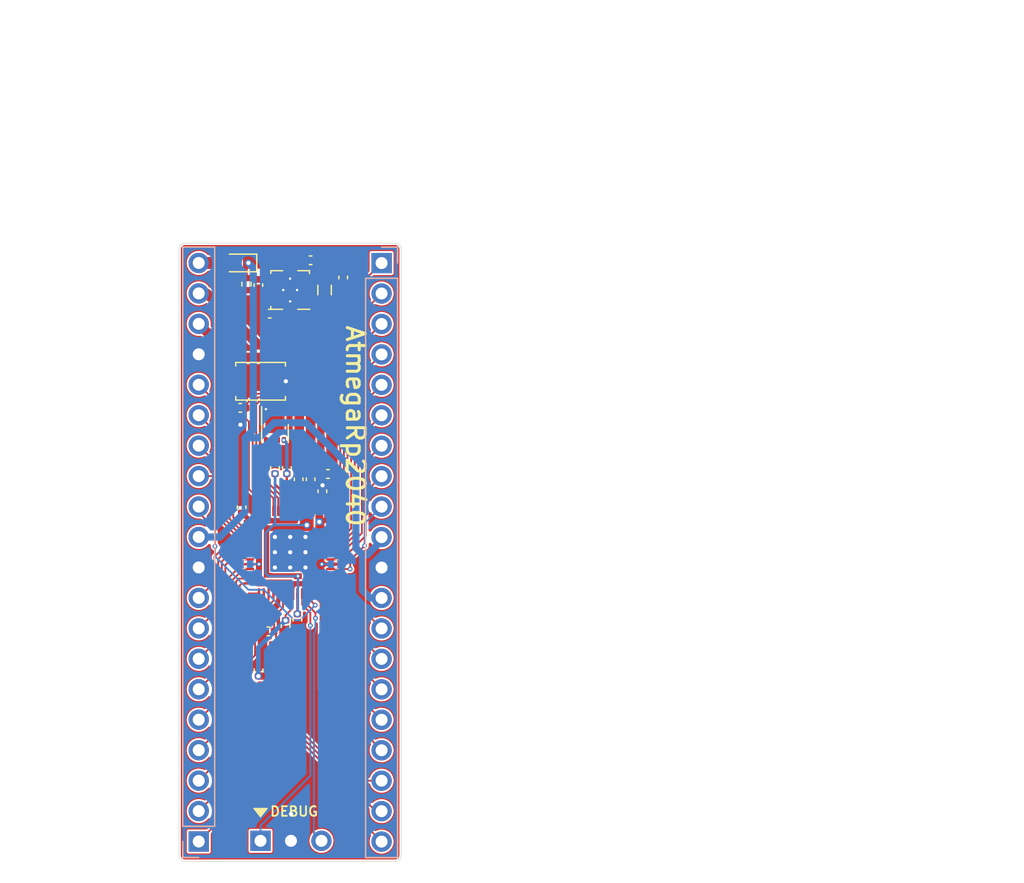
<source format=kicad_pcb>
(kicad_pcb (version 20171130) (host pcbnew "(5.1.10)-1")
  (title_block (title "RP2040 Minimal Design Example") (date 2020-07-13) (rev REV1) (company "Raspberry Pi (Trading) Ltd"))
  (layers (0 F.Cu signal) (31 B.Cu signal) (34 B.Paste user) (35 F.Paste user) (36 B.SilkS user) (37 F.SilkS user) (38 B.Mask user) (39 F.Mask user) (44 Edge.Cuts user))
  (net 0 "")
  (net 1 GND)
  (net 2 VBUS)
  (net 3 /XIN)
  (net 4 +3V3)
  (net 5 +1V1)
  (net 6 /~USB_BOOT)
  (net 7 /GPIO15)
  (net 8 /GPIO14)
  (net 9 /GPIO13)
  (net 10 /GPIO12)
  (net 11 /GPIO11)
  (net 12 /GPIO10)
  (net 13 /GPIO9)
  (net 14 /GPIO8)
  (net 15 /GPIO7)
  (net 16 /GPIO6)
  (net 17 /GPIO5)
  (net 18 /GPIO4)
  (net 19 /GPIO3)
  (net 20 /GPIO2)
  (net 21 /GPIO1)
  (net 22 /GPIO0)
  (net 23 /GPIO28_ADC2)
  (net 24 /GPIO27_ADC1)
  (net 25 /GPIO26_ADC0)
  (net 26 /GPIO25)
  (net 27 /GPIO22)
  (net 28 /GPIO21)
  (net 29 /GPIO20)
  (net 30 /GPIO19)
  (net 31 /GPIO18)
  (net 32 /GPIO17)
  (net 33 /GPIO16)
  (net 34 /RUN)
  (net 35 /SWD)
  (net 36 /SWCLK)
  (net 37 /QSPI_SS)
  (net 38 "Net-(R3-Pad2)")
  (net 39 "Net-(R4-Pad2)")
  (net 40 /QSPI_SD3)
  (net 41 /QSPI_SCLK)
  (net 42 /QSPI_SD0)
  (net 43 /QSPI_SD2)
  (net 44 /QSPI_SD1)
  (net 45 /USB_D+)
  (net 46 /USB_D-)
  (net 47 3V3_EN)
  (net 48 "Net-(L1-Pad2)")
  (net 49 "Net-(L1-Pad1)")
  (net 50 /GPIO29_ADC3)
  (net 51 /GPIO24)
  (net 52 /GPIO23)
  (module Resistor_SMD:R_0402_1005Metric (layer F.Cu) (at 99.97918 60.4873 270)
    (fp_text reference R7)
    (fp_text value 100ohm)
    (pad 2 smd roundrect (at 0.51 0 270) (size 0.54 0.64) (layers F.Cu F.Paste F.Mask) (net 47 3V3_EN))
    (pad 1 smd roundrect (at -0.51 0 270) (size 0.54 0.64) (layers F.Cu F.Paste F.Mask) (net 2 VBUS))
  )
  (module Capacitor_SMD:C_0402_1005Metric (layer F.Cu) (at 105.32588 76.76616 270)
    (fp_text reference R4)
    (fp_text value " 27Ohms 0402 Resistor")
    (pad 2 smd roundrect (at 0.48 0 270) (size 0.56 0.62) (layers F.Cu F.Paste F.Mask) (net 39 "Net-(R4-Pad2)"))
    (pad 1 smd roundrect (at -0.48 0 270) (size 0.56 0.62) (layers F.Cu F.Paste F.Mask) (net 46 /USB_D-))
  )
  (module Capacitor_SMD:C_0402_1005Metric (layer F.Cu) (at 104.3302 76.76616 270)
    (fp_text reference R3)
    (fp_text value " 27Ohms  0402 Resistor")
    (pad 2 smd roundrect (at 0.48 0 270) (size 0.56 0.62) (layers F.Cu F.Paste F.Mask) (net 38 "Net-(R3-Pad2)"))
    (pad 1 smd roundrect (at -0.48 0 270) (size 0.56 0.62) (layers F.Cu F.Paste F.Mask) (net 45 /USB_D+))
  )
  (module Capacitor_SMD:C_0402_1005Metric (layer F.Cu) (at 99.45848 70.80986 180)
    (fp_text reference R1)
    (fp_text value "1k Resistor")
    (pad 2 smd roundrect (at 0.48 0 180) (size 0.56 0.62) (layers F.Cu F.Paste F.Mask) (net 6 /~USB_BOOT))
    (pad 1 smd roundrect (at -0.48 0 180) (size 0.56 0.62) (layers F.Cu F.Paste F.Mask) (net 37 /QSPI_SS))
  )
  (module Button_Switch_SMD:SW_Push_SPST_NO_Alps_SKRK (layer F.Cu) (at 101.16028 68.5899)
    (fp_text reference J2)
    (fp_text value SKRKAEE020)
    (pad 1 smd roundrect (at -2.1 0) (size 0.8 2) (layers F.Cu F.Paste F.Mask) (net 6 /~USB_BOOT))
    (pad 2 smd roundrect (at 2.1 0) (size 0.8 2) (layers F.Cu F.Paste F.Mask) (net 1 GND))
  )
  (module Package_SON:SON-8-1EP_3x2mm_P0.5mm_EP1.4x1.6mm (layer F.Cu) (at 102.35408 72.2094 270)
    (fp_text reference FLASH1)
    (fp_text value W25Q16)
    (pad 9 smd rect (at 0 0 270) (size 1.4 1.6) (layers F.Cu F.Mask))
    (pad 8 smd roundrect (at 1.2875 -0.75 270) (size 0.525 0.35) (layers F.Cu F.Paste F.Mask) (net 4 +3V3))
    (pad 7 smd roundrect (at 1.2875 -0.25 270) (size 0.525 0.35) (layers F.Cu F.Paste F.Mask) (net 40 /QSPI_SD3))
    (pad 6 smd roundrect (at 1.2875 0.25 270) (size 0.525 0.35) (layers F.Cu F.Paste F.Mask) (net 41 /QSPI_SCLK))
    (pad 5 smd roundrect (at 1.2875 0.75 270) (size 0.525 0.35) (layers F.Cu F.Paste F.Mask) (net 42 /QSPI_SD0))
    (pad 4 smd roundrect (at -1.2875 0.75 270) (size 0.525 0.35) (layers F.Cu F.Paste F.Mask) (net 1 GND))
    (pad 3 smd roundrect (at -1.2875 0.25 270) (size 0.525 0.35) (layers F.Cu F.Paste F.Mask) (net 43 /QSPI_SD2))
    (pad 2 smd roundrect (at -1.2875 -0.25 270) (size 0.525 0.35) (layers F.Cu F.Paste F.Mask) (net 44 /QSPI_SD1))
    (pad 1 smd roundrect (at -1.2875 -0.75 270) (size 0.525 0.35) (layers F.Cu F.Paste F.Mask) (net 37 /QSPI_SS))
  )
  (module Capacitor_SMD:C_0402_1005Metric (layer F.Cu) (at 108.04368 59.93612 90)
    (fp_text reference C17)
    (fp_text value "10uf 0402")
    (pad 2 smd roundrect (at 0.48 0 90) (size 0.56 0.62) (layers F.Cu F.Paste F.Mask) (net 1 GND))
    (pad 1 smd roundrect (at -0.48 0 90) (size 0.56 0.62) (layers F.Cu F.Paste F.Mask) (net 4 +3V3))
  )
  (module Capacitor_SMD:C_0402_1005Metric (layer F.Cu) (at 103.24308 89.0115 270)
    (fp_text reference C14)
    (fp_text value "100nf 0402")
    (pad 2 smd roundrect (at 0.48 0 270) (size 0.56 0.62) (layers F.Cu F.Paste F.Mask) (net 1 GND))
    (pad 1 smd roundrect (at -0.48 0 270) (size 0.56 0.62) (layers F.Cu F.Paste F.Mask) (net 4 +3V3))
  )
  (module Capacitor_SMD:C_0402_1005Metric (layer B.Cu) (at 107.49504 83.8553)
    (fp_text reference C13)
    (fp_text value "100nf 0402")
    (pad 2 smd roundrect (at 0.48 0) (size 0.56 0.62) (layers B.Cu B.Paste B.Mask) (net 1 GND))
    (pad 1 smd roundrect (at -0.48 0) (size 0.56 0.62) (layers B.Cu B.Paste B.Mask) (net 4 +3V3))
  )
  (module Capacitor_SMD:C_0402_1005Metric (layer F.Cu) (at 100.97232 60.57112 270)
    (fp_text reference C12)
    (fp_text value "0.1uf 0402")
    (pad 2 smd roundrect (at 0.48 0 270) (size 0.56 0.62) (layers F.Cu F.Paste F.Mask) (net 1 GND))
    (pad 1 smd roundrect (at -0.48 0 270) (size 0.56 0.62) (layers F.Cu F.Paste F.Mask) (net 47 3V3_EN))
  )
  (module Capacitor_SMD:C_0402_1005Metric (layer F.Cu) (at 99.57408 79.102 90)
    (fp_text reference C11)
    (fp_text value "100nf 0402")
    (pad 2 smd roundrect (at 0.48 0 90) (size 0.56 0.62) (layers F.Cu F.Paste F.Mask) (net 1 GND))
    (pad 1 smd roundrect (at -0.48 0 90) (size 0.56 0.62) (layers F.Cu F.Paste F.Mask) (net 4 +3V3))
  )
  (module Capacitor_SMD:C_0402_1005Metric (layer B.Cu) (at 106.05486 79.8294 90)
    (fp_text reference C10)
    (fp_text value "1uf 0402")
    (pad 2 smd roundrect (at 0.48 0 90) (size 0.56 0.62) (layers B.Cu B.Paste B.Mask) (net 1 GND))
    (pad 1 smd roundrect (at -0.48 0 90) (size 0.56 0.62) (layers B.Cu B.Paste B.Mask) (net 4 +3V3))
  )
  (module Capacitor_SMD:C_0402_1005Metric (layer F.Cu) (at 103.34722 75.81874 90)
    (fp_text reference C9)
    (fp_text value "10uf 0402")
    (pad 2 smd roundrect (at 0.48 0 90) (size 0.56 0.62) (layers F.Cu F.Paste F.Mask) (net 1 GND))
    (pad 1 smd roundrect (at -0.48 0 90) (size 0.56 0.62) (layers F.Cu F.Paste F.Mask) (net 4 +3V3))
  )
  (module Capacitor_SMD:C_0402_1005Metric (layer F.Cu) (at 106.77368 76.3242 180)
    (fp_text reference C8)
    (fp_text value "100nf 0402")
    (pad 2 smd roundrect (at 0.48 0 180) (size 0.56 0.62) (layers F.Cu F.Paste F.Mask) (net 1 GND))
    (pad 1 smd roundrect (at -0.48 0 180) (size 0.56 0.62) (layers F.Cu F.Paste F.Mask) (net 4 +3V3))
  )
  (module Capacitor_SMD:C_0402_1005Metric (layer F.Cu) (at 104.22352 88.48572 270)
    (fp_text reference C7)
    (fp_text value "100nf 0402")
    (pad 2 smd roundrect (at 0.48 0 270) (size 0.56 0.62) (layers F.Cu F.Paste F.Mask) (net 1 GND))
    (pad 1 smd roundrect (at -0.48 0 270) (size 0.56 0.62) (layers F.Cu F.Paste F.Mask) (net 5 +1V1))
  )
  (module Capacitor_SMD:C_0402_1005Metric (layer F.Cu) (at 102.35916 75.81874 90)
    (fp_text reference C6)
    (fp_text value "100nf 0402")
    (pad 2 smd roundrect (at 0.48 0 90) (size 0.56 0.62) (layers F.Cu F.Paste F.Mask) (net 1 GND))
    (pad 1 smd roundrect (at -0.48 0 90) (size 0.56 0.62) (layers F.Cu F.Paste F.Mask) (net 5 +1V1))
  )
  (module Capacitor_SMD:C_0402_1005Metric (layer B.Cu) (at 99.80392 83.85022 180)
    (fp_text reference C5)
    (fp_text value "100nf 0402")
    (pad 2 smd roundrect (at 0.48 0 180) (size 0.56 0.62) (layers B.Cu B.Paste B.Mask) (net 1 GND))
    (pad 1 smd roundrect (at -0.48 0 180) (size 0.56 0.62) (layers B.Cu B.Paste B.Mask) (net 4 +3V3))
  )
  (module Capacitor_SMD:C_0402_1005Metric (layer F.Cu) (at 101.9172 62.9511 180)
    (fp_text reference C4)
    (fp_text value "10uf 0402")
    (pad 2 smd roundrect (at 0.48 0 180) (size 0.56 0.62) (layers F.Cu F.Paste F.Mask) (net 1 GND))
    (pad 1 smd roundrect (at -0.48 0 180) (size 0.56 0.62) (layers F.Cu F.Paste F.Mask) (net 4 +3V3))
  )
  (module Capacitor_SMD:C_0402_1005Metric (layer F.Cu) (at 106.30886 77.76438 90)
    (fp_text reference C3)
    (fp_text value "1uf 0402")
    (pad 2 smd roundrect (at 0.48 0 90) (size 0.56 0.62) (layers F.Cu F.Paste F.Mask) (net 1 GND))
    (pad 1 smd roundrect (at -0.48 0 90) (size 0.56 0.62) (layers F.Cu F.Paste F.Mask) (net 5 +1V1))
  )
  (module Capacitor_SMD:C_0402_1005Metric (layer F.Cu) (at 105.32588 58.49848)
    (fp_text reference C1)
    (fp_text value "10uf 0402")
    (pad 2 smd roundrect (at 0.48 0) (size 0.56 0.62) (layers F.Cu F.Paste F.Mask) (net 1 GND))
    (pad 1 smd roundrect (at -0.48 0) (size 0.56 0.62) (layers F.Cu F.Paste F.Mask) (net 2 VBUS))
  )
  (module Package_SON:Texas_DRC0010J_ThermalVias (layer F.Cu) (at 103.619 60.97752 180)
    (fp_text reference U1)
    (fp_text value TPS63002)
    (pad 11 thru_hole circle (at 0 -0.95 180) (size 0.5 0.5) (drill 0.2) (layers *.Cu) (net 1 GND))
    (pad 11 thru_hole circle (at 0.575 0 180) (size 0.5 0.5) (drill 0.2) (layers *.Cu) (net 1 GND))
    (pad 11 thru_hole circle (at -0.575 0 180) (size 0.5 0.5) (drill 0.2) (layers *.Cu) (net 1 GND))
    (pad 11 thru_hole circle (at 0 0.95 180) (size 0.5 0.5) (drill 0.2) (layers *.Cu) (net 1 GND))
    (pad 11 smd custom (at 0 0 180) (size 1.65 2.4) (layers F.Cu F.Mask) (net 1 GND) (options (clearance outline) (anchor rect)) (primitives (gr_poly (pts (xy -0.375 -1.1) (xy -0.375 -1.7) (xy -0.125 -1.7) (xy -0.125 -1.1) (xy 0.125 -1.1) (xy 0.125 -1.7) (xy 0.375 -1.7) (xy 0.375 1.7) (xy 0.125 1.7) (xy 0.125 1.1) (xy -0.125 1.1) (xy -0.125 1.7) (xy -0.375 1.7)) (width 0))))
    (pad 10 smd rect (at 1.4 -1 180) (size 0.6 0.24) (layers F.Cu F.Paste F.Mask) (net 4 +3V3))
    (pad 9 smd rect (at 1.4 -0.5 180) (size 0.6 0.24) (layers F.Cu F.Paste F.Mask) (net 1 GND))
    (pad 8 smd rect (at 1.4 0 180) (size 0.6 0.24) (layers F.Cu F.Paste F.Mask) (net 47 3V3_EN))
    (pad 7 smd rect (at 1.4 0.5 180) (size 0.6 0.24) (layers F.Cu F.Paste F.Mask) (net 47 3V3_EN))
    (pad 6 smd rect (at 1.4 1 180) (size 0.6 0.24) (layers F.Cu F.Paste F.Mask) (net 47 3V3_EN))
    (pad 5 smd rect (at -1.4 1 180) (size 0.6 0.24) (layers F.Cu F.Paste F.Mask) (net 2 VBUS))
    (pad 4 smd rect (at -1.4 0.5 180) (size 0.6 0.24) (layers F.Cu F.Paste F.Mask) (net 49 "Net-(L1-Pad1)"))
    (pad 3 smd rect (at -1.4 0 180) (size 0.6 0.24) (layers F.Cu F.Paste F.Mask) (net 1 GND))
    (pad 2 smd rect (at -1.4 -0.5 180) (size 0.6 0.24) (layers F.Cu F.Paste F.Mask) (net 48 "Net-(L1-Pad2)"))
    (pad 1 smd rect (at -1.4 -1 180) (size 0.6 0.24) (layers F.Cu F.Paste F.Mask) (net 4 +3V3))
  )
  (module Connector_PinHeader_2.54mm:PinHeader_1x20_P2.54mm_Vertical (layer B.Cu) (at 95.999 106.982)
    (fp_text reference J3 hide)
    (fp_text value "2.54mm header 01x20")
    (pad 20 thru_hole oval (at 0 -48.26) (size 1.7 1.7) (drill 1) (layers *.Cu *.Mask) (net 2 VBUS))
    (pad 19 thru_hole oval (at 0 -45.72) (size 1.7 1.7) (drill 1) (layers *.Cu *.Mask) (net 46 /USB_D-))
    (pad 18 thru_hole oval (at 0 -43.18) (size 1.7 1.7) (drill 1) (layers *.Cu *.Mask) (net 45 /USB_D+))
    (pad 17 thru_hole oval (at 0 -40.64) (size 1.7 1.7) (drill 1) (layers *.Cu *.Mask) (net 1 GND))
    (pad 16 thru_hole oval (at 0 -38.1) (size 1.7 1.7) (drill 1) (layers *.Cu *.Mask) (net 22 /GPIO0))
    (pad 15 thru_hole oval (at 0 -35.56) (size 1.7 1.7) (drill 1) (layers *.Cu *.Mask) (net 21 /GPIO1))
    (pad 14 thru_hole oval (at 0 -33.02) (size 1.7 1.7) (drill 1) (layers *.Cu *.Mask) (net 20 /GPIO2))
    (pad 13 thru_hole oval (at 0 -30.48) (size 1.7 1.7) (drill 1) (layers *.Cu *.Mask) (net 19 /GPIO3))
    (pad 12 thru_hole oval (at 0 -27.94) (size 1.7 1.7) (drill 1) (layers *.Cu *.Mask) (net 34 /RUN))
    (pad 11 thru_hole oval (at 0 -25.4) (size 1.7 1.7) (drill 1) (layers *.Cu *.Mask) (net 2 VBUS))
    (pad 10 thru_hole oval (at 0 -22.86) (size 1.7 1.7) (drill 1) (layers *.Cu *.Mask) (net 1 GND))
    (pad 9 thru_hole oval (at 0 -20.32) (size 1.7 1.7) (drill 1) (layers *.Cu *.Mask) (net 18 /GPIO4))
    (pad 8 thru_hole oval (at 0 -17.78) (size 1.7 1.7) (drill 1) (layers *.Cu *.Mask) (net 17 /GPIO5))
    (pad 7 thru_hole oval (at 0 -15.24) (size 1.7 1.7) (drill 1) (layers *.Cu *.Mask) (net 16 /GPIO6))
    (pad 6 thru_hole oval (at 0 -12.7) (size 1.7 1.7) (drill 1) (layers *.Cu *.Mask) (net 15 /GPIO7))
    (pad 5 thru_hole oval (at 0 -10.16) (size 1.7 1.7) (drill 1) (layers *.Cu *.Mask) (net 14 /GPIO8))
    (pad 4 thru_hole oval (at 0 -7.62) (size 1.7 1.7) (drill 1) (layers *.Cu *.Mask) (net 13 /GPIO9))
    (pad 3 thru_hole oval (at 0 -5.08) (size 1.7 1.7) (drill 1) (layers *.Cu *.Mask) (net 12 /GPIO10))
    (pad 2 thru_hole oval (at 0 -2.54) (size 1.7 1.7) (drill 1) (layers *.Cu *.Mask) (net 11 /GPIO11))
    (pad 1 thru_hole rect (at 0 0) (size 1.7 1.7) (drill 1) (layers *.Cu *.Mask) (net 10 /GPIO12))
  )
  (module Connector_PinHeader_2.54mm:PinHeader_1x20_P2.54mm_Vertical (layer B.Cu) (at 111.243 58.73 180)
    (fp_text reference J4)
    (fp_text value "2.54mm header 01x20")
    (pad 20 thru_hole oval (at 0 -48.26 180) (size 1.7 1.7) (drill 1) (layers *.Cu *.Mask) (net 9 /GPIO13))
    (pad 19 thru_hole oval (at 0 -45.72 180) (size 1.7 1.7) (drill 1) (layers *.Cu *.Mask) (net 8 /GPIO14))
    (pad 18 thru_hole oval (at 0 -43.18 180) (size 1.7 1.7) (drill 1) (layers *.Cu *.Mask) (net 7 /GPIO15))
    (pad 17 thru_hole oval (at 0 -40.64 180) (size 1.7 1.7) (drill 1) (layers *.Cu *.Mask) (net 33 /GPIO16))
    (pad 16 thru_hole oval (at 0 -38.1 180) (size 1.7 1.7) (drill 1) (layers *.Cu *.Mask) (net 32 /GPIO17))
    (pad 15 thru_hole oval (at 0 -35.56 180) (size 1.7 1.7) (drill 1) (layers *.Cu *.Mask) (net 31 /GPIO18))
    (pad 14 thru_hole oval (at 0 -33.02 180) (size 1.7 1.7) (drill 1) (layers *.Cu *.Mask) (net 30 /GPIO19))
    (pad 13 thru_hole oval (at 0 -30.48 180) (size 1.7 1.7) (drill 1) (layers *.Cu *.Mask) (net 29 /GPIO20))
    (pad 12 thru_hole oval (at 0 -27.94 180) (size 1.7 1.7) (drill 1) (layers *.Cu *.Mask) (net 2 VBUS))
    (pad 11 thru_hole oval (at 0 -25.4 180) (size 1.7 1.7) (drill 1) (layers *.Cu *.Mask) (net 1 GND))
    (pad 10 thru_hole oval (at 0 -22.86 180) (size 1.7 1.7) (drill 1) (layers *.Cu *.Mask) (net 2 VBUS))
    (pad 9 thru_hole oval (at 0 -20.32 180) (size 1.7 1.7) (drill 1) (layers *.Cu *.Mask) (net 28 /GPIO21))
    (pad 8 thru_hole oval (at 0 -17.78 180) (size 1.7 1.7) (drill 1) (layers *.Cu *.Mask) (net 27 /GPIO22))
    (pad 7 thru_hole oval (at 0 -15.24 180) (size 1.7 1.7) (drill 1) (layers *.Cu *.Mask) (net 52 /GPIO23))
    (pad 6 thru_hole oval (at 0 -12.7 180) (size 1.7 1.7) (drill 1) (layers *.Cu *.Mask) (net 51 /GPIO24))
    (pad 5 thru_hole oval (at 0 -10.16 180) (size 1.7 1.7) (drill 1) (layers *.Cu *.Mask) (net 26 /GPIO25))
    (pad 4 thru_hole oval (at 0 -7.62 180) (size 1.7 1.7) (drill 1) (layers *.Cu *.Mask) (net 25 /GPIO26_ADC0))
    (pad 3 thru_hole oval (at 0 -5.08 180) (size 1.7 1.7) (drill 1) (layers *.Cu *.Mask) (net 24 /GPIO27_ADC1))
    (pad 2 thru_hole oval (at 0 -2.54 180) (size 1.7 1.7) (drill 1) (layers *.Cu *.Mask) (net 23 /GPIO28_ADC2))
    (pad 1 thru_hole rect (at 0 0 180) (size 1.7 1.7) (drill 1) (layers *.Cu *.Mask) (net 50 /GPIO29_ADC3))
  )
  (module Inductor_SMD:L_0805_2012Metric (layer F.Cu) (at 106.49174 60.97752 270)
    (fp_text reference L1)
    (fp_text value "Inductor 2.2uh")
    (pad 2 smd roundrect (at 1.0625 0 270) (size 0.875 1.2) (layers F.Cu F.Paste F.Mask) (net 48 "Net-(L1-Pad2)"))
    (pad 1 smd roundrect (at -1.0625 0 270) (size 0.875 1.2) (layers F.Cu F.Paste F.Mask) (net 49 "Net-(L1-Pad1)"))
  )
  (module Diode_SMD:D_0603_1608Metric (layer F.Cu) (at 99.3518 58.722 180)
    (fp_text reference D1)
    (fp_text value "SCHOTTKY DIODE")
    (pad 2 smd roundrect (at 0.7875 0 180) (size 0.875 0.95) (layers F.Cu F.Paste F.Mask) (net 2 VBUS))
    (pad 1 smd roundrect (at -0.7875 0 180) (size 0.875 0.95) (layers F.Cu F.Paste F.Mask) (net 2 VBUS))
  )
  (module Crystal:Crystal_SMD_SeikoEpson_TSX3225-4Pin_3.2x2.5mm (layer F.Cu) (at 103.24054 92.08236 90)
    (fp_text reference X1)
    (fp_text value "XO 32 12Mhz 3225 seiko")
    (pad 4 smd rect (at -1.1 -0.8 90) (size 1.4 1.15) (layers F.Cu F.Paste F.Mask) (net 4 +3V3))
    (pad 3 smd rect (at 1.1 -0.8 90) (size 1.4 1.15) (layers F.Cu F.Paste F.Mask) (net 3 /XIN))
    (pad 2 smd rect (at 1.1 0.8 90) (size 1.4 1.15) (layers F.Cu F.Paste F.Mask) (net 1 GND))
    (pad 1 smd rect (at -1.1 0.8 90) (size 1.4 1.15) (layers F.Cu F.Paste F.Mask))
  )
  (module Capacitor_SMD:C_0402_1005Metric (layer F.Cu) (at 100.9901 92.6945 90)
    (fp_text reference C15)
    (fp_text value "100nf 0402")
    (pad 2 smd roundrect (at 0.48 0 90) (size 0.56 0.62) (layers F.Cu F.Paste F.Mask) (net 1 GND))
    (pad 1 smd roundrect (at -0.48 0 90) (size 0.56 0.62) (layers F.Cu F.Paste F.Mask) (net 4 +3V3))
  )
  (module Capacitor_SMD:C_0402_1005Metric (layer F.Cu) (at 101.8029 89.45346)
    (fp_text reference C2)
    (fp_text value "15pf 0402")
    (pad 2 smd roundrect (at 0.48 0) (size 0.56 0.62) (layers F.Cu F.Paste F.Mask) (net 3 /XIN))
    (pad 1 smd roundrect (at -0.48 0) (size 0.56 0.62) (layers F.Cu F.Paste F.Mask) (net 1 GND))
  )
  (module RP2040_minimal:RP2040-QFN-56 (layer F.Cu) (at 103.62408 82.852)
    (fp_text reference U3)
    (fp_text value RP2040)
    (pad 56 smd roundrect (at -2.6 -3.4375) (size 0.2 0.875) (layers F.Cu F.Paste F.Mask) (net 37 /QSPI_SS))
    (pad 55 smd roundrect (at -2.2 -3.4375) (size 0.2 0.875) (layers F.Cu F.Paste F.Mask) (net 44 /QSPI_SD1))
    (pad 54 smd roundrect (at -1.8 -3.4375) (size 0.2 0.875) (layers F.Cu F.Paste F.Mask) (net 43 /QSPI_SD2))
    (pad 53 smd roundrect (at -1.4 -3.4375) (size 0.2 0.875) (layers F.Cu F.Paste F.Mask) (net 42 /QSPI_SD0))
    (pad 52 smd roundrect (at -1 -3.4375) (size 0.2 0.875) (layers F.Cu F.Paste F.Mask) (net 41 /QSPI_SCLK))
    (pad 51 smd roundrect (at -0.6 -3.4375) (size 0.2 0.875) (layers F.Cu F.Paste F.Mask) (net 40 /QSPI_SD3))
    (pad 50 smd roundrect (at -0.2 -3.4375) (size 0.2 0.875) (layers F.Cu F.Paste F.Mask) (net 5 +1V1))
    (pad 49 smd roundrect (at 0.2 -3.4375) (size 0.2 0.875) (layers F.Cu F.Paste F.Mask) (net 4 +3V3))
    (pad 48 smd roundrect (at 0.6 -3.4375) (size 0.2 0.875) (layers F.Cu F.Paste F.Mask) (net 4 +3V3))
    (pad 47 smd roundrect (at 1 -3.4375) (size 0.2 0.875) (layers F.Cu F.Paste F.Mask) (net 38 "Net-(R3-Pad2)"))
    (pad 46 smd roundrect (at 1.4 -3.4375) (size 0.2 0.875) (layers F.Cu F.Paste F.Mask) (net 39 "Net-(R4-Pad2)"))
    (pad 45 smd roundrect (at 1.8 -3.4375) (size 0.2 0.875) (layers F.Cu F.Paste F.Mask) (net 5 +1V1))
    (pad 44 smd roundrect (at 2.2 -3.4375) (size 0.2 0.875) (layers F.Cu F.Paste F.Mask) (net 4 +3V3))
    (pad 43 smd roundrect (at 2.6 -3.4375) (size 0.2 0.875) (layers F.Cu F.Paste F.Mask) (net 4 +3V3))
    (pad 42 smd roundrect (at 3.4375 -2.6) (size 0.875 0.2) (layers F.Cu F.Paste F.Mask) (net 4 +3V3))
    (pad 41 smd roundrect (at 3.4375 -2.2) (size 0.875 0.2) (layers F.Cu F.Paste F.Mask) (net 50 /GPIO29_ADC3))
    (pad 40 smd roundrect (at 3.4375 -1.8) (size 0.875 0.2) (layers F.Cu F.Paste F.Mask) (net 23 /GPIO28_ADC2))
    (pad 39 smd roundrect (at 3.4375 -1.4) (size 0.875 0.2) (layers F.Cu F.Paste F.Mask) (net 24 /GPIO27_ADC1))
    (pad 38 smd roundrect (at 3.4375 -1) (size 0.875 0.2) (layers F.Cu F.Paste F.Mask) (net 25 /GPIO26_ADC0))
    (pad 37 smd roundrect (at 3.4375 -0.6) (size 0.875 0.2) (layers F.Cu F.Paste F.Mask) (net 26 /GPIO25))
    (pad 36 smd roundrect (at 3.4375 -0.2) (size 0.875 0.2) (layers F.Cu F.Paste F.Mask) (net 51 /GPIO24))
    (pad 35 smd roundrect (at 3.4375 0.2) (size 0.875 0.2) (layers F.Cu F.Paste F.Mask) (net 52 /GPIO23))
    (pad 34 smd roundrect (at 3.4375 0.6) (size 0.875 0.2) (layers F.Cu F.Paste F.Mask) (net 27 /GPIO22))
    (pad 33 smd roundrect (at 3.4375 1) (size 0.875 0.2) (layers F.Cu F.Paste F.Mask) (net 4 +3V3))
    (pad 32 smd roundrect (at 3.4375 1.4) (size 0.875 0.2) (layers F.Cu F.Paste F.Mask) (net 28 /GPIO21))
    (pad 31 smd roundrect (at 3.4375 1.8) (size 0.875 0.2) (layers F.Cu F.Paste F.Mask) (net 29 /GPIO20))
    (pad 30 smd roundrect (at 3.4375 2.2) (size 0.875 0.2) (layers F.Cu F.Paste F.Mask) (net 30 /GPIO19))
    (pad 29 smd roundrect (at 3.4375 2.6) (size 0.875 0.2) (layers F.Cu F.Paste F.Mask) (net 31 /GPIO18))
    (pad 28 smd roundrect (at 2.6 3.4375) (size 0.2 0.875) (layers F.Cu F.Paste F.Mask) (net 32 /GPIO17))
    (pad 27 smd roundrect (at 2.2 3.4375) (size 0.2 0.875) (layers F.Cu F.Paste F.Mask) (net 33 /GPIO16))
    (pad 26 smd roundrect (at 1.8 3.4375) (size 0.2 0.875) (layers F.Cu F.Paste F.Mask) (net 34 /RUN))
    (pad 25 smd roundrect (at 1.4 3.4375) (size 0.2 0.875) (layers F.Cu F.Paste F.Mask) (net 35 /SWD))
    (pad 24 smd roundrect (at 1 3.4375) (size 0.2 0.875) (layers F.Cu F.Paste F.Mask) (net 36 /SWCLK))
    (pad 23 smd roundrect (at 0.6 3.4375) (size 0.2 0.875) (layers F.Cu F.Paste F.Mask) (net 5 +1V1))
    (pad 22 smd roundrect (at 0.2 3.4375) (size 0.2 0.875) (layers F.Cu F.Paste F.Mask) (net 4 +3V3))
    (pad 21 smd roundrect (at -0.2 3.4375) (size 0.2 0.875) (layers F.Cu F.Paste F.Mask))
    (pad 20 smd roundrect (at -0.6 3.4375) (size 0.2 0.875) (layers F.Cu F.Paste F.Mask) (net 3 /XIN))
    (pad 19 smd roundrect (at -1 3.4375) (size 0.2 0.875) (layers F.Cu F.Paste F.Mask) (net 1 GND))
    (pad 18 smd roundrect (at -1.4 3.4375) (size 0.2 0.875) (layers F.Cu F.Paste F.Mask) (net 7 /GPIO15))
    (pad 17 smd roundrect (at -1.8 3.4375) (size 0.2 0.875) (layers F.Cu F.Paste F.Mask) (net 8 /GPIO14))
    (pad 16 smd roundrect (at -2.2 3.4375) (size 0.2 0.875) (layers F.Cu F.Paste F.Mask) (net 9 /GPIO13))
    (pad 15 smd roundrect (at -2.6 3.4375) (size 0.2 0.875) (layers F.Cu F.Paste F.Mask) (net 10 /GPIO12))
    (pad 14 smd roundrect (at -3.4375 2.6) (size 0.875 0.2) (layers F.Cu F.Paste F.Mask) (net 11 /GPIO11))
    (pad 13 smd roundrect (at -3.4375 2.2) (size 0.875 0.2) (layers F.Cu F.Paste F.Mask) (net 12 /GPIO10))
    (pad 12 smd roundrect (at -3.4375 1.8) (size 0.875 0.2) (layers F.Cu F.Paste F.Mask) (net 13 /GPIO9))
    (pad 11 smd roundrect (at -3.4375 1.4) (size 0.875 0.2) (layers F.Cu F.Paste F.Mask) (net 14 /GPIO8))
    (pad 10 smd roundrect (at -3.4375 1) (size 0.875 0.2) (layers F.Cu F.Paste F.Mask) (net 4 +3V3))
    (pad 9 smd roundrect (at -3.4375 0.6) (size 0.875 0.2) (layers F.Cu F.Paste F.Mask) (net 15 /GPIO7))
    (pad 8 smd roundrect (at -3.4375 0.2) (size 0.875 0.2) (layers F.Cu F.Paste F.Mask) (net 16 /GPIO6))
    (pad 7 smd roundrect (at -3.4375 -0.2) (size 0.875 0.2) (layers F.Cu F.Paste F.Mask) (net 17 /GPIO5))
    (pad 6 smd roundrect (at -3.4375 -0.6) (size 0.875 0.2) (layers F.Cu F.Paste F.Mask) (net 18 /GPIO4))
    (pad 5 smd roundrect (at -3.4375 -1) (size 0.875 0.2) (layers F.Cu F.Paste F.Mask) (net 19 /GPIO3))
    (pad 4 smd roundrect (at -3.4375 -1.4) (size 0.875 0.2) (layers F.Cu F.Paste F.Mask) (net 20 /GPIO2))
    (pad 3 smd roundrect (at -3.4375 -1.8) (size 0.875 0.2) (layers F.Cu F.Paste F.Mask) (net 21 /GPIO1))
    (pad 2 smd roundrect (at -3.4375 -2.2) (size 0.875 0.2) (layers F.Cu F.Paste F.Mask) (net 22 /GPIO0))
    (pad 1 smd roundrect (at -3.4375 -2.6) (size 0.875 0.2) (layers F.Cu F.Paste F.Mask) (net 4 +3V3))
    (pad 57 thru_hole circle (at 1.275 1.275) (size 0.6 0.6) (drill 0.35) (layers *.Cu) (net 1 GND))
    (pad 57 thru_hole circle (at 0 1.275) (size 0.6 0.6) (drill 0.35) (layers *.Cu) (net 1 GND))
    (pad 57 thru_hole circle (at -1.275 1.275) (size 0.6 0.6) (drill 0.35) (layers *.Cu) (net 1 GND))
    (pad 57 thru_hole circle (at 1.275 0) (size 0.6 0.6) (drill 0.35) (layers *.Cu) (net 1 GND))
    (pad 57 thru_hole circle (at 0 0) (size 0.6 0.6) (drill 0.35) (layers *.Cu) (net 1 GND))
    (pad 57 thru_hole circle (at -1.275 0) (size 0.6 0.6) (drill 0.35) (layers *.Cu) (net 1 GND))
    (pad 57 thru_hole circle (at 1.275 -1.275) (size 0.6 0.6) (drill 0.35) (layers *.Cu) (net 1 GND))
    (pad 57 thru_hole circle (at 0 -1.275) (size 0.6 0.6) (drill 0.35) (layers *.Cu) (net 1 GND))
    (pad 57 thru_hole circle (at -1.275 -1.275) (size 0.6 0.6) (drill 0.35) (layers *.Cu) (net 1 GND))
    (pad 57 smd roundrect (at 0 0) (size 3.2 3.2) (layers F.Cu F.Mask) (roundrect_rratio 0.045) (net 1 GND))
  )
  (module Connector_PinHeader_2.54mm:PinHeader_1x03_P2.54mm_Vertical (layer F.Cu) (at 101.15 106.925 90)
    (fp_text reference J5)
    (fp_text value Conn_01x03_Male)
    (pad 3 thru_hole oval (at 0 5.08 90) (size 1.7 1.7) (drill 1) (layers *.Cu *.Mask) (net 35 /SWD))
    (pad 2 thru_hole oval (at 0 2.54 90) (size 1.7 1.7) (drill 1) (layers *.Cu *.Mask) (net 1 GND))
    (pad 1 thru_hole rect (at 0 0 90) (size 1.7 1.7) (drill 1) (layers *.Cu *.Mask) (net 36 /SWCLK))
  )
  (gr_poly (pts (xy 101.15 104.925) (xy 100.6 104.225) (xy 101.7 104.225)) (layer F.SilkS) (width 0.1))
  (gr_text DEBUG (at 103.95 104.475) (layer F.SilkS) (effects (font (size 0.8 0.8) (thickness 0.153))))
  (gr_arc (start 112.382 108.133) (end 112.382 108.633) (angle -90) (layer Edge.Cuts) (width 0.05))
  (gr_arc (start 94.856 108.133) (end 94.356 108.133) (angle -90) (layer Edge.Cuts) (width 0.05))
  (gr_arc (start 94.856 57.571) (end 94.856 57.071) (angle -90) (layer Edge.Cuts) (width 0.05))
  (gr_arc (start 112.382 57.571) (end 112.882 57.571) (angle -90) (layer Edge.Cuts) (width 0.05))
  (gr_text AtmegaRp2040 (at 109.05968 63.802 270) (layer F.SilkS) (effects (font (size 1.5 1.5) (thickness 0.25)) (justify left)))
  (gr_line (start 112.882 108.133) (end 112.882 57.571) (layer Edge.Cuts) (width 0.05))
  (gr_line (start 94.856 57.071) (end 112.382 57.071) (layer Edge.Cuts) (width 0.05))
  (gr_line (start 94.356 108.133) (end 94.356 57.571) (layer Edge.Cuts) (width 0.05))
  (gr_line (start 94.856 108.633) (end 112.382 108.633) (layer Edge.Cuts) (width 0.05))
  (via (at 101.5997 70.91654) (size 0.4) (drill 0.2) (layers F.Cu B.Cu) (net 1))
  (via (at 106.32156 77.26908) (size 0.6) (drill 0.35) (layers F.Cu B.Cu) (net 1))
  (segment (start 102.62408 86.2895) (end 102.62408 87.3224) (width 0.15) (layer F.Cu) (net 1))
  (segment (start 102.36424 75.3362) (end 103.3396 75.3362) (width 0.15) (layer F.Cu) (net 1))
  (segment (start 103.3396 75.3362) (end 103.6496 75.3362) (width 0.15) (layer F.Cu) (net 1))
  (segment (start 103.62408 75.15382) (end 103.62408 70.3599) (width 0.2) (layer F.Cu) (net 1))
  (segment (start 103.67488 75.20462) (end 103.62408 75.15382) (width 0.2) (layer F.Cu) (net 1))
  (segment (start 103.62408 68.9537) (end 103.26028 68.5899) (width 0.15) (layer F.Cu) (net 1))
  (segment (start 103.62408 70.3599) (end 103.62408 68.9537) (width 0.15) (layer F.Cu) (net 1))
  (segment (start 103.26028 68.5899) (end 103.26028 68.5899) (width 0.15) (layer F.Cu) (net 1))
  (via (at 103.26028 68.5899) (size 0.6) (drill 0.35) (layers F.Cu B.Cu) (net 1))
  (segment (start 96.27078 83.85022) (end 95.999 84.122) (width 0.15) (layer F.Cu) (net 1))
  (segment (start 96.27078 83.85022) (end 95.999 84.122) (width 0.6) (layer B.Cu) (net 1))
  (via (at 99.4788 72.21702) (size 0.6) (drill 0.35) (layers F.Cu B.Cu) (net 1))
  (segment (start 103.69 106.925) (end 103.69 104.68838) (width 1) (layer B.Cu) (net 1))
  (segment (start 103.69 104.68838) (end 103.69 104.68838) (width 1) (layer B.Cu) (net 1))
  (via (at 103.69 104.68838) (size 0.6) (drill 0.35) (layers F.Cu B.Cu) (net 1))
  (segment (start 95.999 58.722) (end 98.5643 58.722) (width 1) (layer F.Cu) (net 2))
  (segment (start 105.019 58.6716) (end 104.84588 58.49848) (width 0.2) (layer F.Cu) (net 2))
  (segment (start 105.019 59.97752) (end 105.019 58.6716) (width 0.2) (layer F.Cu) (net 2))
  (segment (start 100.36282 58.49848) (end 100.14179 58.71951) (width 0.2) (layer F.Cu) (net 2))
  (segment (start 104.84588 58.49848) (end 100.36282 58.49848) (width 0.2) (layer F.Cu) (net 2))
  (segment (start 99.97918 58.88212) (end 100.1393 58.722) (width 0.2) (layer F.Cu) (net 2))
  (segment (start 99.97918 59.9773) (end 99.97918 58.88212) (width 0.2) (layer F.Cu) (net 2))
  (segment (start 100.14179 58.71951) (end 100.1393 58.722) (width 0.2) (layer F.Cu) (net 2))
  (via (at 100.14179 58.71951) (size 0.6) (drill 0.35) (layers F.Cu B.Cu) (net 2))
  (segment (start 95.999 81.582) (end 97.76176 81.582) (width 0.6) (layer B.Cu) (net 2))
  (segment (start 97.76176 81.582) (end 99.87504 79.46872) (width 0.6) (layer B.Cu) (net 2))
  (segment (start 99.87504 79.46872) (end 99.87504 73.30922) (width 0.6) (layer B.Cu) (net 2))
  (segment (start 100.5456 59.12332) (end 100.14179 58.71951) (width 0.6) (layer B.Cu) (net 2))
  (segment (start 100.5456 72.63866) (end 100.5456 59.12332) (width 0.6) (layer B.Cu) (net 2))
  (segment (start 99.87504 73.30922) (end 100.5456 72.63866) (width 0.6) (layer B.Cu) (net 2))
  (segment (start 109.103296 82.506207) (end 109.664387 83.067298) (width 0.6) (layer B.Cu) (net 2))
  (segment (start 109.103296 76.207796) (end 109.103296 82.506207) (width 0.6) (layer B.Cu) (net 2))
  (segment (start 111.243 81.878893) (end 111.243 81.59) (width 0.6) (layer B.Cu) (net 2))
  (segment (start 101.03582 73.30922) (end 102.29058 72.05446) (width 0.6) (layer B.Cu) (net 2))
  (segment (start 102.29058 72.05446) (end 104.94996 72.05446) (width 0.6) (layer B.Cu) (net 2))
  (segment (start 104.94996 72.05446) (end 109.103296 76.207796) (width 0.6) (layer B.Cu) (net 2))
  (segment (start 109.664387 83.067298) (end 110.054595 83.067298) (width 0.6) (layer B.Cu) (net 2))
  (segment (start 99.87504 73.30922) (end 101.03582 73.30922) (width 0.6) (layer B.Cu) (net 2))
  (segment (start 110.054595 83.067298) (end 111.243 81.878893) (width 0.6) (layer B.Cu) (net 2))
  (segment (start 110.29196 86.67) (end 111.243 86.67) (width 0.6) (layer B.Cu) (net 2))
  (segment (start 109.6515 86.02954) (end 110.29196 86.67) (width 0.6) (layer B.Cu) (net 2))
  (segment (start 109.6515 83.12378) (end 109.6515 86.02954) (width 0.6) (layer B.Cu) (net 2))
  (segment (start 109.72008 83.0552) (end 109.6515 83.12378) (width 0.6) (layer B.Cu) (net 2))
  (segment (start 102.44054 89.6111) (end 102.2829 89.45346) (width 0.15) (layer F.Cu) (net 3))
  (segment (start 102.44054 90.98236) (end 102.44054 89.6111) (width 0.15) (layer F.Cu) (net 3))
  (segment (start 103.02408 87.47536) (end 103.02408 86.2895) (width 0.15) (layer F.Cu) (net 3))
  (segment (start 102.2829 88.21654) (end 103.02408 87.47536) (width 0.15) (layer F.Cu) (net 3))
  (segment (start 102.2829 89.45346) (end 102.2829 88.21654) (width 0.15) (layer F.Cu) (net 3))
  (via (at 106.04978 80.32216) (size 0.6) (drill 0.35) (layers F.Cu B.Cu) (net 4))
  (via (at 103.09068 73.5048) (size 0.4) (drill 0.2) (layers F.Cu B.Cu) (net 4))
  (via (at 101.01804 83.85022) (size 0.4) (drill 0.2) (layers F.Cu B.Cu) (net 4))
  (segment (start 105.019 62.67632) (end 105.019 61.97752) (width 0.2) (layer F.Cu) (net 4))
  (segment (start 104.35052 63.3448) (end 105.019 62.67632) (width 0.2) (layer F.Cu) (net 4))
  (segment (start 102.88748 63.3448) (end 104.35052 63.3448) (width 0.2) (layer F.Cu) (net 4))
  (segment (start 102.219 62.67632) (end 102.88748 63.3448) (width 0.2) (layer F.Cu) (net 4))
  (segment (start 102.219 61.97752) (end 102.219 62.67632) (width 0.2) (layer F.Cu) (net 4))
  (segment (start 103.82408 79.4145) (end 103.82408 78.19292) (width 0.2) (layer F.Cu) (net 4))
  (segment (start 104.22408 78.59292) (end 103.82408 78.19292) (width 0.2) (layer F.Cu) (net 4))
  (segment (start 104.22408 79.4145) (end 104.22408 78.59292) (width 0.2) (layer F.Cu) (net 4))
  (segment (start 103.82408 86.2895) (end 103.82408 85.392) (width 0.2) (layer F.Cu) (net 4))
  (segment (start 103.82408 85.392) (end 105.02616 85.392) (width 0.2) (layer F.Cu) (net 4))
  (segment (start 105.02616 85.392) (end 101.2822 85.392) (width 0.2) (layer F.Cu) (net 4))
  (segment (start 107.06158 83.852) (end 105.97612 83.852) (width 0.2) (layer F.Cu) (net 4))
  (segment (start 100.18658 83.852) (end 101.09424 83.852) (width 0.2) (layer F.Cu) (net 4))
  (segment (start 103.82408 80.01548) (end 103.82408 79.4145) (width 0.2) (layer F.Cu) (net 4))
  (segment (start 103.58756 80.252) (end 103.82408 80.01548) (width 0.2) (layer F.Cu) (net 4))
  (segment (start 103.34564 80.252) (end 104.1362 80.252) (width 0.2) (layer F.Cu) (net 4))
  (segment (start 103.34564 80.252) (end 103.58756 80.252) (width 0.2) (layer F.Cu) (net 4))
  (segment (start 104.22408 80.16412) (end 104.22408 79.4145) (width 0.2) (layer F.Cu) (net 4))
  (segment (start 104.1362 80.252) (end 104.22408 80.16412) (width 0.2) (layer F.Cu) (net 4))
  (segment (start 101.01708 80.252) (end 100.18658 80.252) (width 0.2) (layer F.Cu) (net 4))
  (segment (start 101.01708 80.252) (end 103.34564 80.252) (width 0.2) (layer F.Cu) (net 4))
  (segment (start 105.82408 79.4145) (end 106.22408 79.4145) (width 0.2) (layer F.Cu) (net 4))
  (segment (start 107.06158 79.66602) (end 107.25888 79.46872) (width 0.2) (layer F.Cu) (net 4))
  (segment (start 107.06158 80.252) (end 107.06158 79.66602) (width 0.2) (layer F.Cu) (net 4))
  (segment (start 103.82408 78.150018) (end 103.3396 77.665538) (width 0.2) (layer F.Cu) (net 4))
  (segment (start 103.82408 78.19292) (end 103.82408 78.150018) (width 0.2) (layer F.Cu) (net 4))
  (segment (start 103.3396 77.665538) (end 103.3396 76.2962) (width 0.2) (layer F.Cu) (net 4))
  (segment (start 103.3396 76.2962) (end 103.3396 76.2962) (width 0.2) (layer F.Cu) (net 4))
  (via (at 103.3396 76.2962) (size 0.6) (drill 0.35) (layers F.Cu B.Cu) (net 4))
  (segment (start 103.3396 73.75372) (end 103.09068 73.5048) (width 0.3) (layer B.Cu) (net 4))
  (segment (start 103.3396 76.2962) (end 103.3396 73.75372) (width 0.3) (layer B.Cu) (net 4))
  (segment (start 103.24308 88.5315) (end 103.24308 88.5315) (width 0.15) (layer F.Cu) (net 4))
  (segment (start 102.44054 93.18236) (end 102.44054 93.18236) (width 0.15) (layer F.Cu) (net 4))
  (segment (start 100.97468 93.18236) (end 100.96978 93.18726) (width 0.6) (layer F.Cu) (net 4))
  (segment (start 102.44054 93.18236) (end 100.97468 93.18236) (width 0.6) (layer F.Cu) (net 4))
  (segment (start 101.01804 83.85022) (end 100.28392 83.85022) (width 0.15) (layer B.Cu) (net 4))
  (via (at 106.26314 83.85022) (size 0.4) (drill 0.2) (layers F.Cu B.Cu) (net 4))
  (segment (start 106.26314 83.85022) (end 107.0125 83.85022) (width 0.15) (layer B.Cu) (net 4))
  (segment (start 103.235712 88.113773) (end 103.235712 88.537392) (width 0.15) (layer F.Cu) (net 4))
  (segment (start 100.96978 93.18726) (end 100.96978 90.803324) (width 0.4) (layer B.Cu) (net 4))
  (segment (start 103.82408 87.525405) (end 103.235712 88.113773) (width 0.15) (layer F.Cu) (net 4))
  (segment (start 100.96978 90.803324) (end 103.235712 88.537392) (width 0.4) (layer B.Cu) (net 4))
  (via (at 103.235712 88.537392) (size 0.6) (drill 0.35) (layers F.Cu B.Cu) (net 4))
  (segment (start 103.82408 86.2895) (end 103.82408 87.525405) (width 0.15) (layer F.Cu) (net 4))
  (segment (start 108.04368 60.41612) (end 108.04368 62.35166) (width 0.6) (layer F.Cu) (net 4))
  (segment (start 108.04368 62.35166) (end 106.8956 63.49974) (width 0.6) (layer F.Cu) (net 4))
  (via (at 100.96978 93.18726) (size 0.6) (drill 0.35) (layers F.Cu B.Cu) (net 4))
  (segment (start 99.62256 79.582) (end 99.57408 79.582) (width 0.4) (layer F.Cu) (net 4))
  (segment (start 100.18746 80.1469) (end 99.62256 79.582) (width 0.4) (layer F.Cu) (net 4))
  (segment (start 105.42408 79.4145) (end 105.42408 78.67964) (width 0.2) (layer F.Cu) (net 5))
  (segment (start 105.86188 78.24184) (end 106.30632 78.24184) (width 0.2) (layer F.Cu) (net 5))
  (segment (start 105.42408 78.67964) (end 105.86188 78.24184) (width 0.2) (layer F.Cu) (net 5))
  (via (at 104.26924 84.84844) (size 0.4) (drill 0.2) (layers F.Cu B.Cu) (net 5))
  (via (at 105.01092 80.58632) (size 0.6) (drill 0.35) (layers F.Cu B.Cu) (net 5))
  (segment (start 104.22352 88.00572) (end 104.22352 88.00572) (width 0.2) (layer F.Cu) (net 5))
  (segment (start 104.26924 84.84844) (end 101.82068 84.84844) (width 0.2) (layer B.Cu) (net 5))
  (segment (start 101.82068 84.84844) (end 101.59208 84.61984) (width 0.2) (layer B.Cu) (net 5))
  (segment (start 101.59208 84.61984) (end 101.59208 81.21116) (width 0.2) (layer B.Cu) (net 5))
  (segment (start 102.21692 80.58632) (end 105.01092 80.58632) (width 0.2) (layer B.Cu) (net 5))
  (segment (start 101.88926 80.91398) (end 102.21692 80.58632) (width 0.2) (layer B.Cu) (net 5))
  (segment (start 101.59208 81.21116) (end 101.88926 80.91398) (width 0.2) (layer B.Cu) (net 5))
  (via (at 102.36424 76.296232) (size 0.6) (drill 0.35) (layers F.Cu B.Cu) (net 5))
  (segment (start 102.36424 77.93964) (end 102.36424 76.296232) (width 0.2) (layer B.Cu) (net 5))
  (segment (start 101.88926 80.91398) (end 102.36424 80.439) (width 0.2) (layer B.Cu) (net 5))
  (segment (start 102.36424 80.439) (end 102.36424 76.296232) (width 0.2) (layer B.Cu) (net 5))
  (segment (start 102.36424 77.185168) (end 102.36424 76.296232) (width 0.2) (layer F.Cu) (net 5))
  (segment (start 103.42408 78.245008) (end 102.36424 77.185168) (width 0.2) (layer F.Cu) (net 5))
  (segment (start 103.42408 79.4145) (end 103.42408 78.245008) (width 0.2) (layer F.Cu) (net 5))
  (via (at 104.212936 87.995127) (size 0.6) (drill 0.35) (layers F.Cu B.Cu) (net 5))
  (segment (start 104.22408 87.983983) (end 104.212936 87.995127) (width 0.2) (layer F.Cu) (net 5))
  (segment (start 104.22408 86.2895) (end 104.22408 87.983983) (width 0.2) (layer F.Cu) (net 5))
  (segment (start 104.26924 87.938823) (end 104.212936 87.995127) (width 0.2) (layer B.Cu) (net 5))
  (segment (start 104.26924 84.84844) (end 104.26924 87.938823) (width 0.2) (layer B.Cu) (net 5))
  (segment (start 99.35688 69.1786) (end 99.08568 68.9074) (width 0.15) (layer F.Cu) (net 6))
  (segment (start 98.97848 68.6717) (end 99.06028 68.5899) (width 0.15) (layer F.Cu) (net 6))
  (segment (start 98.97848 70.80986) (end 98.97848 68.6717) (width 0.15) (layer F.Cu) (net 6))
  (segment (start 102.22408 86.2895) (end 102.22408 86.89776) (width 0.15) (layer F.Cu) (net 7))
  (segment (start 102.22408 86.89776) (end 100.69292 88.42892) (width 0.15) (layer F.Cu) (net 7))
  (segment (start 100.69292 88.42892) (end 100.69292 89.00642) (width 0.15) (layer F.Cu) (net 7))
  (segment (start 100.69292 89.00642) (end 100.69292 89.13088) (width 0.15) (layer F.Cu) (net 7))
  (segment (start 108.64858 101.91) (end 111.243 101.91) (width 0.15) (layer F.Cu) (net 7))
  (segment (start 100.28906 93.55048) (end 108.64858 101.91) (width 0.15) (layer F.Cu) (net 7))
  (segment (start 100.28906 91.85122) (end 100.28906 93.55048) (width 0.15) (layer F.Cu) (net 7))
  (segment (start 100.69292 91.44736) (end 100.28906 91.85122) (width 0.15) (layer F.Cu) (net 7))
  (segment (start 100.69292 89.00642) (end 100.69292 91.44736) (width 0.15) (layer F.Cu) (net 7))
  (segment (start 100.39291 88.87434) (end 100.39291 88.87942) (width 0.15) (layer F.Cu) (net 8))
  (segment (start 100.39291 88.23455) (end 100.39291 88.87434) (width 0.15) (layer F.Cu) (net 8))
  (segment (start 101.82408 86.80338) (end 100.39291 88.23455) (width 0.15) (layer F.Cu) (net 8))
  (segment (start 101.82408 86.2895) (end 101.82408 86.80338) (width 0.15) (layer F.Cu) (net 8))
  (segment (start 100.39291 91.323092) (end 99.98905 91.726952) (width 0.15) (layer F.Cu) (net 8))
  (segment (start 100.39291 88.87434) (end 100.39291 91.323092) (width 0.15) (layer F.Cu) (net 8))
  (segment (start 99.98905 91.726952) (end 99.989051 93.674749) (width 0.15) (layer F.Cu) (net 8))
  (segment (start 110.764302 104.45) (end 111.243 104.45) (width 0.15) (layer F.Cu) (net 8))
  (segment (start 99.989051 93.674749) (end 110.764302 104.45) (width 0.15) (layer F.Cu) (net 8))
  (segment (start 109.74802 103.857996) (end 109.74802 105.49502) (width 0.15) (layer F.Cu) (net 9))
  (segment (start 109.74802 105.49502) (end 111.243 106.99) (width 0.15) (layer F.Cu) (net 9))
  (segment (start 99.689041 91.602685) (end 99.689042 93.799018) (width 0.15) (layer F.Cu) (net 9))
  (segment (start 99.689042 93.799018) (end 109.74802 103.857996) (width 0.15) (layer F.Cu) (net 9))
  (segment (start 100.0929 91.198824) (end 99.689041 91.602685) (width 0.15) (layer F.Cu) (net 9))
  (segment (start 100.0929 88.110282) (end 100.0929 91.198824) (width 0.15) (layer F.Cu) (net 9))
  (segment (start 101.42408 86.779102) (end 100.0929 88.110282) (width 0.15) (layer F.Cu) (net 9))
  (segment (start 101.42408 86.2895) (end 101.42408 86.779102) (width 0.15) (layer F.Cu) (net 9))
  (segment (start 100.16372 86.2895) (end 101.02408 86.2895) (width 0.15) (layer F.Cu) (net 10))
  (segment (start 99.34367 87.10955) (end 100.16372 86.2895) (width 0.15) (layer F.Cu) (net 10))
  (segment (start 99.34367 88.827276) (end 99.34367 87.10955) (width 0.15) (layer F.Cu) (net 10))
  (segment (start 95.999 106.982) (end 97.22328 105.75772) (width 0.15) (layer F.Cu) (net 10))
  (segment (start 97.22328 105.75772) (end 97.22328 103.641998) (width 0.15) (layer F.Cu) (net 10))
  (segment (start 97.22328 103.641998) (end 97.52075 103.344528) (width 0.15) (layer F.Cu) (net 10))
  (segment (start 97.52075 101.228806) (end 97.85124 100.898316) (width 0.15) (layer F.Cu) (net 10))
  (segment (start 99.0589 89.112046) (end 99.34367 88.827276) (width 0.15) (layer F.Cu) (net 10))
  (segment (start 97.85124 98.782594) (end 98.13601 98.497824) (width 0.15) (layer F.Cu) (net 10))
  (segment (start 97.52075 103.344528) (end 97.52075 101.228806) (width 0.15) (layer F.Cu) (net 10))
  (segment (start 98.751269 91.535399) (end 99.0589 91.227768) (width 0.15) (layer F.Cu) (net 10))
  (segment (start 97.85124 100.898316) (end 97.85124 98.782594) (width 0.15) (layer F.Cu) (net 10))
  (segment (start 98.13601 98.497824) (end 98.13601 96.382102) (width 0.15) (layer F.Cu) (net 10))
  (segment (start 98.44364 96.074472) (end 98.44364 93.95875) (width 0.15) (layer F.Cu) (net 10))
  (segment (start 98.13601 96.382102) (end 98.44364 96.074472) (width 0.15) (layer F.Cu) (net 10))
  (segment (start 99.0589 91.227768) (end 99.0589 89.112046) (width 0.15) (layer F.Cu) (net 10))
  (segment (start 98.44364 93.95875) (end 98.751269 93.651121) (width 0.15) (layer F.Cu) (net 10))
  (segment (start 98.751269 93.651121) (end 98.751269 91.535399) (width 0.15) (layer F.Cu) (net 10))
  (segment (start 95.999 104.442) (end 97.22074 103.22026) (width 0.15) (layer F.Cu) (net 11))
  (segment (start 97.22074 101.104538) (end 97.55123 100.774048) (width 0.15) (layer F.Cu) (net 11))
  (segment (start 97.22074 103.22026) (end 97.22074 101.104538) (width 0.15) (layer F.Cu) (net 11))
  (segment (start 97.55123 98.658326) (end 97.836 98.373556) (width 0.15) (layer F.Cu) (net 11))
  (segment (start 97.55123 100.774048) (end 97.55123 98.658326) (width 0.15) (layer F.Cu) (net 11))
  (segment (start 97.836 96.257834) (end 98.14363 95.950204) (width 0.15) (layer F.Cu) (net 11))
  (segment (start 97.836 98.373556) (end 97.836 96.257834) (width 0.15) (layer F.Cu) (net 11))
  (segment (start 98.14363 95.950204) (end 98.14363 93.834482) (width 0.15) (layer F.Cu) (net 11))
  (segment (start 98.14363 93.834482) (end 98.45126 93.526852) (width 0.15) (layer F.Cu) (net 11))
  (segment (start 98.45126 91.41113) (end 98.75889 91.1035) (width 0.15) (layer F.Cu) (net 11))
  (segment (start 98.45126 93.526852) (end 98.45126 91.41113) (width 0.15) (layer F.Cu) (net 11))
  (segment (start 98.75889 88.987778) (end 99.04366 88.703008) (width 0.15) (layer F.Cu) (net 11))
  (segment (start 98.75889 91.1035) (end 98.75889 88.987778) (width 0.15) (layer F.Cu) (net 11))
  (segment (start 99.04366 88.703008) (end 99.04366 86.587286) (width 0.15) (layer F.Cu) (net 11))
  (segment (start 99.04366 86.587286) (end 99.41958 86.211366) (width 0.15) (layer F.Cu) (net 11))
  (segment (start 99.41958 86.211366) (end 99.41958 85.61632) (width 0.15) (layer F.Cu) (net 11))
  (segment (start 99.5839 85.452) (end 100.18658 85.452) (width 0.15) (layer F.Cu) (net 11))
  (segment (start 99.41958 85.61632) (end 99.5839 85.452) (width 0.15) (layer F.Cu) (net 11))
  (segment (start 99.356618 85.052) (end 100.18658 85.052) (width 0.15) (layer F.Cu) (net 12))
  (segment (start 99.11957 85.289048) (end 99.356618 85.052) (width 0.15) (layer F.Cu) (net 12))
  (segment (start 99.11957 86.087098) (end 99.11957 85.289048) (width 0.15) (layer F.Cu) (net 12))
  (segment (start 95.999 101.902) (end 97.25122 100.64978) (width 0.15) (layer F.Cu) (net 12))
  (segment (start 97.25122 98.534058) (end 97.53599 98.249288) (width 0.15) (layer F.Cu) (net 12))
  (segment (start 97.84362 95.825936) (end 97.84362 93.710214) (width 0.15) (layer F.Cu) (net 12))
  (segment (start 97.53599 98.249288) (end 97.53599 96.133566) (width 0.15) (layer F.Cu) (net 12))
  (segment (start 97.53599 96.133566) (end 97.84362 95.825936) (width 0.15) (layer F.Cu) (net 12))
  (segment (start 98.74365 86.463018) (end 99.11957 86.087098) (width 0.15) (layer F.Cu) (net 12))
  (segment (start 98.15125 93.402584) (end 98.15125 91.286862) (width 0.15) (layer F.Cu) (net 12))
  (segment (start 98.74365 88.57874) (end 98.74365 86.463018) (width 0.15) (layer F.Cu) (net 12))
  (segment (start 97.84362 93.710214) (end 98.15125 93.402584) (width 0.15) (layer F.Cu) (net 12))
  (segment (start 97.25122 100.64978) (end 97.25122 98.534058) (width 0.15) (layer F.Cu) (net 12))
  (segment (start 98.15125 91.286862) (end 98.45888 90.979232) (width 0.15) (layer F.Cu) (net 12))
  (segment (start 98.45888 90.979232) (end 98.45888 88.86351) (width 0.15) (layer F.Cu) (net 12))
  (segment (start 98.45888 88.86351) (end 98.74365 88.57874) (width 0.15) (layer F.Cu) (net 12))
  (segment (start 99.33234 84.652) (end 98.81956 85.16478) (width 0.15) (layer F.Cu) (net 13))
  (segment (start 100.18658 84.652) (end 99.33234 84.652) (width 0.15) (layer F.Cu) (net 13))
  (segment (start 98.81956 85.96283) (end 98.81956 85.6751) (width 0.15) (layer F.Cu) (net 13))
  (segment (start 98.81956 85.16478) (end 98.81956 85.6751) (width 0.15) (layer F.Cu) (net 13))
  (segment (start 97.23598 98.12502) (end 97.23598 96.009298) (width 0.15) (layer F.Cu) (net 13))
  (segment (start 97.23598 96.009298) (end 97.54361 95.701668) (width 0.15) (layer F.Cu) (net 13))
  (segment (start 97.54361 95.701668) (end 97.54361 93.585946) (width 0.15) (layer F.Cu) (net 13))
  (segment (start 95.999 99.362) (end 97.23598 98.12502) (width 0.15) (layer F.Cu) (net 13))
  (segment (start 97.85124 93.278316) (end 97.85124 91.162594) (width 0.15) (layer F.Cu) (net 13))
  (segment (start 97.85124 91.162594) (end 98.15887 90.854964) (width 0.15) (layer F.Cu) (net 13))
  (segment (start 97.54361 93.585946) (end 97.85124 93.278316) (width 0.15) (layer F.Cu) (net 13))
  (segment (start 98.15887 90.854964) (end 98.15887 88.739242) (width 0.15) (layer F.Cu) (net 13))
  (segment (start 98.15887 88.739242) (end 98.44364 88.454472) (width 0.15) (layer F.Cu) (net 13))
  (segment (start 98.44364 88.454472) (end 98.44364 86.33875) (width 0.15) (layer F.Cu) (net 13))
  (segment (start 98.44364 86.33875) (end 98.81956 85.96283) (width 0.15) (layer F.Cu) (net 13))
  (segment (start 98.51955 84.95933) (end 99.22688 84.252) (width 0.15) (layer F.Cu) (net 14))
  (segment (start 98.51955 85.838562) (end 98.51955 84.95933) (width 0.15) (layer F.Cu) (net 14))
  (segment (start 98.14363 88.330204) (end 98.14363 86.214482) (width 0.15) (layer F.Cu) (net 14))
  (segment (start 97.85886 88.614974) (end 98.14363 88.330204) (width 0.15) (layer F.Cu) (net 14))
  (segment (start 99.22688 84.252) (end 100.18658 84.252) (width 0.15) (layer F.Cu) (net 14))
  (segment (start 97.85886 90.730696) (end 97.85886 88.614974) (width 0.15) (layer F.Cu) (net 14))
  (segment (start 98.14363 86.214482) (end 98.51955 85.838562) (width 0.15) (layer F.Cu) (net 14))
  (segment (start 97.2436 93.461678) (end 97.55123 93.154048) (width 0.15) (layer F.Cu) (net 14))
  (segment (start 97.2436 95.5774) (end 97.2436 93.461678) (width 0.15) (layer F.Cu) (net 14))
  (segment (start 97.55123 91.038326) (end 97.85886 90.730696) (width 0.15) (layer F.Cu) (net 14))
  (segment (start 97.55123 93.154048) (end 97.55123 91.038326) (width 0.15) (layer F.Cu) (net 14))
  (segment (start 95.999 96.822) (end 97.2436 95.5774) (width 0.15) (layer F.Cu) (net 14))
  (segment (start 97.84362 86.090214) (end 98.21954 85.714294) (width 0.15) (layer F.Cu) (net 15))
  (segment (start 97.84362 88.205936) (end 97.84362 86.090214) (width 0.15) (layer F.Cu) (net 15))
  (segment (start 98.21954 83.91822) (end 98.68576 83.452) (width 0.15) (layer F.Cu) (net 15))
  (segment (start 97.55885 88.490706) (end 97.84362 88.205936) (width 0.15) (layer F.Cu) (net 15))
  (segment (start 97.55885 90.606428) (end 97.55885 88.490706) (width 0.15) (layer F.Cu) (net 15))
  (segment (start 98.68576 83.452) (end 100.18658 83.452) (width 0.15) (layer F.Cu) (net 15))
  (segment (start 97.25122 90.914058) (end 97.55885 90.606428) (width 0.15) (layer F.Cu) (net 15))
  (segment (start 97.25122 93.02978) (end 97.25122 90.914058) (width 0.15) (layer F.Cu) (net 15))
  (segment (start 98.21954 85.714294) (end 98.21954 83.91822) (width 0.15) (layer F.Cu) (net 15))
  (segment (start 95.999 94.282) (end 97.25122 93.02978) (width 0.15) (layer F.Cu) (net 15))
  (segment (start 97.91953 85.590026) (end 97.91953 83.62895) (width 0.15) (layer F.Cu) (net 16))
  (segment (start 97.91953 83.62895) (end 98.49648 83.052) (width 0.15) (layer F.Cu) (net 16))
  (segment (start 97.54361 85.965946) (end 97.91953 85.590026) (width 0.15) (layer F.Cu) (net 16))
  (segment (start 98.49648 83.052) (end 100.18658 83.052) (width 0.15) (layer F.Cu) (net 16))
  (segment (start 97.54361 88.081668) (end 97.54361 85.965946) (width 0.15) (layer F.Cu) (net 16))
  (segment (start 97.25884 88.366438) (end 97.54361 88.081668) (width 0.15) (layer F.Cu) (net 16))
  (segment (start 97.25884 90.48216) (end 97.25884 88.366438) (width 0.15) (layer F.Cu) (net 16))
  (segment (start 95.999 91.742) (end 97.25884 90.48216) (width 0.15) (layer F.Cu) (net 16))
  (segment (start 98.38848 82.652) (end 100.18658 82.652) (width 0.15) (layer F.Cu) (net 17))
  (segment (start 97.61952 83.42096) (end 98.38848 82.652) (width 0.15) (layer F.Cu) (net 17))
  (segment (start 97.61952 85.465758) (end 97.61952 83.42096) (width 0.15) (layer F.Cu) (net 17))
  (segment (start 97.2436 85.841678) (end 97.61952 85.465758) (width 0.15) (layer F.Cu) (net 17))
  (segment (start 97.2436 87.9574) (end 97.2436 85.841678) (width 0.15) (layer F.Cu) (net 17))
  (segment (start 95.999 89.202) (end 97.2436 87.9574) (width 0.15) (layer F.Cu) (net 17))
  (segment (start 97.30964 85.35136) (end 95.999 86.662) (width 0.15) (layer F.Cu) (net 18))
  (segment (start 97.30964 83.22284) (end 97.30964 85.35136) (width 0.15) (layer F.Cu) (net 18))
  (segment (start 98.28048 82.252) (end 97.30964 83.22284) (width 0.15) (layer F.Cu) (net 18))
  (segment (start 100.18658 82.252) (end 98.28048 82.252) (width 0.15) (layer F.Cu) (net 18))
  (segment (start 99.504666 81.852) (end 100.18658 81.852) (width 0.15) (layer F.Cu) (net 19))
  (segment (start 97.97512 80.322454) (end 99.504666 81.852) (width 0.15) (layer F.Cu) (net 19))
  (segment (start 97.97512 77.17343) (end 97.97512 80.322454) (width 0.15) (layer F.Cu) (net 19))
  (segment (start 97.30369 76.502) (end 97.97512 77.17343) (width 0.15) (layer F.Cu) (net 19))
  (segment (start 95.999 76.502) (end 97.30369 76.502) (width 0.15) (layer F.Cu) (net 19))
  (segment (start 99.528944 81.452) (end 98.2768 80.199856) (width 0.15) (layer F.Cu) (net 20))
  (segment (start 100.18658 81.452) (end 99.528944 81.452) (width 0.15) (layer F.Cu) (net 20))
  (segment (start 98.2768 76.2398) (end 95.999 73.962) (width 0.15) (layer F.Cu) (net 20))
  (segment (start 98.2768 80.199856) (end 98.2768 76.2398) (width 0.15) (layer F.Cu) (net 20))
  (segment (start 95.999 71.422) (end 98.57681 73.99981) (width 0.15) (layer F.Cu) (net 21))
  (segment (start 99.553222 81.052) (end 100.18658 81.052) (width 0.15) (layer F.Cu) (net 21))
  (segment (start 98.57681 80.075588) (end 99.553222 81.052) (width 0.15) (layer F.Cu) (net 21))
  (segment (start 98.57681 73.99981) (end 98.57681 80.075588) (width 0.15) (layer F.Cu) (net 21))
  (segment (start 98.22658 71.10958) (end 95.999 68.882) (width 0.15) (layer F.Cu) (net 22))
  (segment (start 98.22658 71.24166) (end 98.22658 71.10958) (width 0.15) (layer F.Cu) (net 22))
  (segment (start 98.87682 71.8919) (end 98.22658 71.24166) (width 0.15) (layer F.Cu) (net 22))
  (segment (start 98.87682 79.95132) (end 98.87682 71.8919) (width 0.15) (layer F.Cu) (net 22))
  (segment (start 99.5775 80.652) (end 98.87682 79.95132) (width 0.15) (layer F.Cu) (net 22))
  (segment (start 100.18658 80.652) (end 99.5775 80.652) (width 0.15) (layer F.Cu) (net 22))
  (segment (start 108.099851 64.413149) (end 110.393001 62.119999) (width 0.15) (layer F.Cu) (net 23))
  (segment (start 108.099851 80.639468) (end 108.099851 64.413149) (width 0.15) (layer F.Cu) (net 23))
  (segment (start 107.687319 81.052) (end 108.099851 80.639468) (width 0.15) (layer F.Cu) (net 23))
  (segment (start 107.06158 81.052) (end 107.687319 81.052) (width 0.15) (layer F.Cu) (net 23))
  (segment (start 110.393001 62.119999) (end 111.243 61.27) (width 0.15) (layer F.Cu) (net 23))
  (segment (start 107.06158 81.452) (end 107.711598 81.452) (width 0.15) (layer F.Cu) (net 24))
  (segment (start 108.399862 66.653138) (end 110.393001 64.659999) (width 0.15) (layer F.Cu) (net 24))
  (segment (start 107.711598 81.452) (end 108.399862 80.763736) (width 0.15) (layer F.Cu) (net 24))
  (segment (start 108.399862 80.763736) (end 108.399862 66.653138) (width 0.15) (layer F.Cu) (net 24))
  (segment (start 110.393001 64.659999) (end 111.243 63.81) (width 0.15) (layer F.Cu) (net 24))
  (segment (start 108.699873 80.888004) (end 108.699873 68.893127) (width 0.15) (layer F.Cu) (net 25))
  (segment (start 107.06158 81.852) (end 107.735877 81.852) (width 0.15) (layer F.Cu) (net 25))
  (segment (start 108.699873 68.893127) (end 111.243 66.35) (width 0.15) (layer F.Cu) (net 25))
  (segment (start 107.735877 81.852) (end 108.699873 80.888004) (width 0.15) (layer F.Cu) (net 25))
  (segment (start 108.999884 71.133116) (end 111.243 68.89) (width 0.15) (layer F.Cu) (net 26))
  (segment (start 107.06158 82.252) (end 107.760156 82.252) (width 0.15) (layer F.Cu) (net 26))
  (segment (start 108.999884 81.012272) (end 108.999884 71.133116) (width 0.15) (layer F.Cu) (net 26))
  (segment (start 107.760156 82.252) (end 108.999884 81.012272) (width 0.15) (layer F.Cu) (net 26))
  (segment (start 107.947423 83.452) (end 109.927857 81.471566) (width 0.15) (layer F.Cu) (net 27))
  (segment (start 109.927857 81.471566) (end 109.927857 77.825143) (width 0.15) (layer F.Cu) (net 27))
  (segment (start 107.06158 83.452) (end 107.947423 83.452) (width 0.15) (layer F.Cu) (net 27))
  (segment (start 109.927857 77.825143) (end 111.243 76.51) (width 0.15) (layer F.Cu) (net 27))
  (via (at 108.62489 84.252) (size 0.4) (drill 0.2) (layers F.Cu B.Cu) (net 28))
  (segment (start 109.826714 80.466286) (end 109.826714 82.310372) (width 0.15) (layer B.Cu) (net 28))
  (via (at 109.826714 82.310372) (size 0.4) (drill 0.2) (layers F.Cu B.Cu) (net 28))
  (segment (start 109.826714 82.310372) (end 108.62489 83.512196) (width 0.15) (layer F.Cu) (net 28))
  (segment (start 108.62489 83.512196) (end 108.62489 84.252) (width 0.15) (layer F.Cu) (net 28))
  (segment (start 111.243 79.05) (end 109.826714 80.466286) (width 0.15) (layer B.Cu) (net 28))
  (segment (start 108.62489 84.252) (end 107.06158 84.252) (width 0.15) (layer F.Cu) (net 28))
  (segment (start 107.51704 84.652) (end 107.06158 84.652) (width 0.15) (layer F.Cu) (net 29))
  (segment (start 107.94376 84.652) (end 107.51704 84.652) (width 0.15) (layer F.Cu) (net 29))
  (segment (start 108.5974 85.30564) (end 107.94376 84.652) (width 0.15) (layer F.Cu) (net 29))
  (segment (start 108.5974 86.5644) (end 108.5974 85.30564) (width 0.15) (layer F.Cu) (net 29))
  (segment (start 111.243 89.21) (end 108.5974 86.5644) (width 0.15) (layer F.Cu) (net 29))
  (segment (start 107.75448 85.052) (end 107.06158 85.052) (width 0.15) (layer F.Cu) (net 30))
  (segment (start 108.297389 85.594909) (end 107.75448 85.052) (width 0.15) (layer F.Cu) (net 30))
  (segment (start 108.297389 88.804389) (end 108.297389 85.594909) (width 0.15) (layer F.Cu) (net 30))
  (segment (start 111.243 91.75) (end 108.297389 88.804389) (width 0.15) (layer F.Cu) (net 30))
  (segment (start 106.81686 85.69672) (end 107.06158 85.452) (width 0.15) (layer F.Cu) (net 31))
  (segment (start 106.81686 89.86386) (end 106.81686 85.69672) (width 0.15) (layer F.Cu) (net 31))
  (segment (start 111.243 94.29) (end 106.81686 89.86386) (width 0.15) (layer F.Cu) (net 31))
  (segment (start 106.515713 86.581133) (end 106.22408 86.2895) (width 0.15) (layer F.Cu) (net 32))
  (segment (start 106.515713 92.102713) (end 106.515713 86.581133) (width 0.15) (layer F.Cu) (net 32))
  (segment (start 111.243 96.83) (end 106.515713 92.102713) (width 0.15) (layer F.Cu) (net 32))
  (segment (start 110.393001 98.520001) (end 111.243 99.37) (width 0.15) (layer F.Cu) (net 33))
  (segment (start 106.154742 87.057662) (end 106.154742 94.281742) (width 0.15) (layer F.Cu) (net 33))
  (segment (start 105.82408 86.727) (end 106.154742 87.057662) (width 0.15) (layer F.Cu) (net 33))
  (segment (start 105.82408 86.2895) (end 105.82408 86.727) (width 0.15) (layer F.Cu) (net 33))
  (segment (start 106.154742 94.281742) (end 110.393001 98.520001) (width 0.15) (layer F.Cu) (net 33))
  (via (at 97.35282 82.36178) (size 0.4) (drill 0.2) (layers F.Cu B.Cu) (net 34))
  (segment (start 103.971519 88.530721) (end 104.445219 88.530721) (width 0.15) (layer B.Cu) (net 34))
  (segment (start 97.35282 82.3694) (end 97.35282 83.18982) (width 0.15) (layer B.Cu) (net 34))
  (segment (start 101.424618 85.98382) (end 103.971519 88.530721) (width 0.15) (layer B.Cu) (net 34))
  (segment (start 104.445219 88.530721) (end 105.70942 87.26652) (width 0.15) (layer B.Cu) (net 34))
  (segment (start 105.42408 86.2895) (end 105.42408 86.98118) (width 0.15) (layer F.Cu) (net 34))
  (segment (start 105.42408 86.98118) (end 105.70942 87.26652) (width 0.15) (layer F.Cu) (net 34))
  (segment (start 100.14682 85.98382) (end 101.424618 85.98382) (width 0.15) (layer B.Cu) (net 34))
  (via (at 105.70942 87.26652) (size 0.4) (drill 0.2) (layers F.Cu B.Cu) (net 34))
  (segment (start 97.35282 83.18982) (end 100.14682 85.98382) (width 0.15) (layer B.Cu) (net 34))
  (segment (start 95.999 79.54492) (end 95.999 79.042) (width 0.15) (layer F.Cu) (net 34))
  (segment (start 97.35282 80.89874) (end 95.999 79.54492) (width 0.15) (layer F.Cu) (net 34))
  (segment (start 97.35282 82.36178) (end 97.35282 80.89874) (width 0.15) (layer F.Cu) (net 34))
  (via (at 105.729732 88.35618) (size 0.4) (drill 0.2) (layers F.Cu B.Cu) (net 35))
  (segment (start 105.729732 87.906592) (end 105.729732 88.35618) (width 0.15) (layer F.Cu) (net 35))
  (segment (start 105.02408 87.20094) (end 105.729732 87.906592) (width 0.15) (layer F.Cu) (net 35))
  (segment (start 105.02408 86.2895) (end 105.02408 87.20094) (width 0.15) (layer F.Cu) (net 35))
  (segment (start 105.729732 88.35618) (end 105.729732 89.465629) (width 0.15) (layer B.Cu) (net 35))
  (segment (start 105.729732 89.465629) (end 105.604741 89.59062) (width 0.15) (layer B.Cu) (net 35))
  (segment (start 105.604741 106.299741) (end 106.23 106.925) (width 0.15) (layer B.Cu) (net 35))
  (segment (start 105.604741 89.59062) (end 105.604741 106.299741) (width 0.15) (layer B.Cu) (net 35))
  (segment (start 104.62408 86.2895) (end 104.62408 87.225218) (width 0.15) (layer F.Cu) (net 36))
  (segment (start 104.62408 87.225218) (end 105.304731 87.905869) (width 0.15) (layer F.Cu) (net 36))
  (segment (start 105.304731 87.905869) (end 105.304731 88.964069) (width 0.15) (layer F.Cu) (net 36))
  (segment (start 105.304731 88.964069) (end 105.304731 88.964069) (width 0.15) (layer F.Cu) (net 36))
  (via (at 105.304731 88.964069) (size 0.4) (drill 0.2) (layers F.Cu B.Cu) (net 36))
  (segment (start 101.15 106.925) (end 101.15 105.65624) (width 0.15) (layer B.Cu) (net 36))
  (segment (start 105.304731 101.501509) (end 105.304731 88.964069) (width 0.15) (layer B.Cu) (net 36))
  (segment (start 101.15 105.65624) (end 105.304731 101.501509) (width 0.15) (layer B.Cu) (net 36))
  (segment (start 103.10408 70.452322) (end 103.10408 70.9219) (width 0.15) (layer F.Cu) (net 37))
  (segment (start 102.279939 69.628181) (end 103.10408 70.452322) (width 0.15) (layer F.Cu) (net 37))
  (segment (start 100.835544 69.628182) (end 102.279939 69.628181) (width 0.15) (layer F.Cu) (net 37))
  (segment (start 99.93848 70.525246) (end 100.835544 69.628182) (width 0.15) (layer F.Cu) (net 37))
  (segment (start 99.93848 70.80986) (end 99.93848 70.525246) (width 0.15) (layer F.Cu) (net 37))
  (segment (start 100.18238 77.584334) (end 100.18238 71.96822) (width 0.15) (layer F.Cu) (net 37))
  (segment (start 101.02408 78.426034) (end 100.18238 77.584334) (width 0.15) (layer F.Cu) (net 37))
  (segment (start 101.02408 79.4145) (end 101.02408 78.426034) (width 0.15) (layer F.Cu) (net 37))
  (segment (start 99.93848 71.72432) (end 99.93848 70.80986) (width 0.15) (layer F.Cu) (net 37))
  (segment (start 100.18238 71.96822) (end 99.93848 71.72432) (width 0.15) (layer F.Cu) (net 37))
  (segment (start 104.33528 77.25124) (end 104.3302 77.24616) (width 0.2) (layer F.Cu) (net 38))
  (segment (start 104.33528 78.13268) (end 104.33528 77.25124) (width 0.2) (layer F.Cu) (net 38))
  (segment (start 104.62408 78.42148) (end 104.33528 78.13268) (width 0.2) (layer F.Cu) (net 38))
  (segment (start 104.62408 79.4145) (end 104.62408 78.42148) (width 0.2) (layer F.Cu) (net 38))
  (segment (start 105.02408 79.4145) (end 105.02408 78.3532) (width 0.2) (layer F.Cu) (net 39))
  (segment (start 105.32588 78.0514) (end 105.32588 77.24616) (width 0.2) (layer F.Cu) (net 39))
  (segment (start 105.02408 78.3532) (end 105.32588 78.0514) (width 0.2) (layer F.Cu) (net 39))
  (segment (start 102.60408 74.093) (end 102.60408 73.4969) (width 0.15) (layer F.Cu) (net 40))
  (segment (start 101.69368 75.0034) (end 102.60408 74.093) (width 0.15) (layer F.Cu) (net 40))
  (segment (start 101.69368 76.974242) (end 101.69368 75.0034) (width 0.15) (layer F.Cu) (net 40))
  (segment (start 103.02408 78.304642) (end 101.69368 76.974242) (width 0.15) (layer F.Cu) (net 40))
  (segment (start 103.02408 79.4145) (end 103.02408 78.304642) (width 0.15) (layer F.Cu) (net 40))
  (segment (start 102.10408 73.4969) (end 102.10408 74.1612) (width 0.15) (layer F.Cu) (net 41))
  (segment (start 102.02388 74.248922) (end 101.39367 74.879132) (width 0.15) (layer F.Cu) (net 41))
  (segment (start 102.02388 74.2414) (end 102.02388 74.248922) (width 0.15) (layer F.Cu) (net 41))
  (segment (start 102.10408 74.1612) (end 102.02388 74.2414) (width 0.15) (layer F.Cu) (net 41))
  (segment (start 101.39367 77.09851) (end 101.39367 76.92901) (width 0.15) (layer F.Cu) (net 41))
  (segment (start 102.62408 78.328921) (end 101.39367 77.09851) (width 0.15) (layer F.Cu) (net 41))
  (segment (start 102.62408 79.4145) (end 102.62408 78.328921) (width 0.15) (layer F.Cu) (net 41))
  (segment (start 101.39367 74.879132) (end 101.39367 76.92901) (width 0.15) (layer F.Cu) (net 41))
  (segment (start 101.60408 74.244444) (end 101.60408 73.4969) (width 0.15) (layer F.Cu) (net 42))
  (segment (start 101.093661 74.754863) (end 101.60408 74.244444) (width 0.15) (layer F.Cu) (net 42))
  (segment (start 101.09366 77.222778) (end 101.093661 74.754863) (width 0.15) (layer F.Cu) (net 42))
  (segment (start 102.22408 78.3532) (end 101.09366 77.222778) (width 0.15) (layer F.Cu) (net 42))
  (segment (start 102.22408 79.4145) (end 102.22408 78.3532) (width 0.15) (layer F.Cu) (net 42))
  (segment (start 101.82408 79.4145) (end 101.82408 78.377478) (width 0.15) (layer F.Cu) (net 43))
  (segment (start 101.82408 78.377478) (end 101.139201 77.692599) (width 0.15) (layer F.Cu) (net 43))
  (segment (start 101.139201 77.692599) (end 101.1392 77.692598) (width 0.15) (layer F.Cu) (net 43))
  (segment (start 102.10408 70.6594) (end 102.10408 70.9219) (width 0.15) (layer F.Cu) (net 43))
  (segment (start 101.67288 70.2282) (end 102.10408 70.6594) (width 0.15) (layer F.Cu) (net 43))
  (segment (start 101.08408 70.2282) (end 101.67288 70.2282) (width 0.15) (layer F.Cu) (net 43))
  (segment (start 100.793651 70.518629) (end 101.08408 70.2282) (width 0.15) (layer F.Cu) (net 43))
  (segment (start 100.793651 77.347045) (end 100.793651 70.518629) (width 0.15) (layer F.Cu) (net 43))
  (segment (start 101.139201 77.692599) (end 100.793651 77.347045) (width 0.15) (layer F.Cu) (net 43))
  (segment (start 101.42408 78.401756) (end 101.014932 77.992608) (width 0.15) (layer F.Cu) (net 44))
  (segment (start 100.839192 77.816868) (end 100.83919 77.816866) (width 0.15) (layer F.Cu) (net 44))
  (segment (start 101.014932 77.992608) (end 100.839192 77.816868) (width 0.15) (layer F.Cu) (net 44))
  (segment (start 101.42408 79.4145) (end 101.42408 78.401756) (width 0.15) (layer F.Cu) (net 44))
  (segment (start 102.60408 70.9219) (end 102.60408 70.3766) (width 0.15) (layer F.Cu) (net 44))
  (segment (start 102.15567 69.92819) (end 100.959811 69.928191) (width 0.15) (layer F.Cu) (net 44))
  (segment (start 102.60408 70.3766) (end 102.15567 69.92819) (width 0.15) (layer F.Cu) (net 44))
  (segment (start 100.493641 70.394361) (end 100.493641 77.471317) (width 0.15) (layer F.Cu) (net 44))
  (segment (start 100.959811 69.928191) (end 100.493641 70.394361) (width 0.15) (layer F.Cu) (net 44))
  (segment (start 100.493641 77.471317) (end 100.839192 77.816868) (width 0.15) (layer F.Cu) (net 44))
  (segment (start 103.58344 66.60616) (end 98.80316 66.60616) (width 0.8) (layer F.Cu) (net 45))
  (segment (start 104.37804 75.527014) (end 104.37804 67.40076) (width 0.8) (layer F.Cu) (net 45))
  (segment (start 98.80316 66.60616) (end 95.999 63.802) (width 0.8) (layer F.Cu) (net 45))
  (segment (start 104.37804 67.40076) (end 103.58344 66.60616) (width 0.8) (layer F.Cu) (net 45))
  (segment (start 104.3302 75.574854) (end 104.37804 75.527014) (width 0.8) (layer F.Cu) (net 45))
  (segment (start 104.3302 76.28616) (end 104.3302 75.574854) (width 0.8) (layer F.Cu) (net 45))
  (segment (start 96.66448 61.262) (end 95.999 61.262) (width 0.8) (layer F.Cu) (net 46))
  (segment (start 100.94692 65.54444) (end 96.66448 61.262) (width 0.8) (layer F.Cu) (net 46))
  (segment (start 105.328051 66.984251) (end 103.88824 65.54444) (width 0.8) (layer F.Cu) (net 46))
  (segment (start 105.328051 76.283989) (end 105.328051 66.984251) (width 0.8) (layer F.Cu) (net 46))
  (segment (start 103.88824 65.54444) (end 100.94692 65.54444) (width 0.8) (layer F.Cu) (net 46))
  (segment (start 105.32588 76.28616) (end 105.328051 76.283989) (width 0.8) (layer F.Cu) (net 46))
  (segment (start 102.219 60.97752) (end 102.219 59.97752) (width 0.2) (layer F.Cu) (net 47))
  (segment (start 101.08592 59.97752) (end 100.97232 60.09112) (width 0.2) (layer F.Cu) (net 47))
  (segment (start 102.219 59.97752) (end 101.08592 59.97752) (width 0.2) (layer F.Cu) (net 47))
  (segment (start 100.06614 60.9973) (end 100.97232 60.09112) (width 0.15) (layer F.Cu) (net 47))
  (segment (start 99.97918 60.9973) (end 100.06614 60.9973) (width 0.15) (layer F.Cu) (net 47))
  (segment (start 105.83526 61.47752) (end 105.019 61.47752) (width 0.2) (layer F.Cu) (net 48))
  (segment (start 106.39776 62.04002) (end 105.83526 61.47752) (width 0.2) (layer F.Cu) (net 48))
  (segment (start 105.83526 60.47752) (end 106.39776 59.91502) (width 0.2) (layer F.Cu) (net 49))
  (segment (start 105.019 60.47752) (end 105.83526 60.47752) (width 0.2) (layer F.Cu) (net 49))
  (segment (start 109.64642 62.442302) (end 109.64642 60.32658) (width 0.15) (layer F.Cu) (net 50))
  (segment (start 107.799842 64.28888) (end 109.64642 62.442302) (width 0.15) (layer F.Cu) (net 50))
  (segment (start 107.79984 79.70494) (end 107.799842 64.28888) (width 0.15) (layer F.Cu) (net 50))
  (segment (start 107.79984 80.5152) (end 107.79984 79.70494) (width 0.15) (layer F.Cu) (net 50))
  (segment (start 109.64642 60.32658) (end 111.243 58.73) (width 0.15) (layer F.Cu) (net 50))
  (segment (start 107.66304 80.652) (end 107.79984 80.5152) (width 0.15) (layer F.Cu) (net 50))
  (segment (start 107.06158 80.652) (end 107.66304 80.652) (width 0.15) (layer F.Cu) (net 50))
  (segment (start 109.299895 73.373105) (end 111.243 71.43) (width 0.15) (layer F.Cu) (net 51))
  (segment (start 107.06158 82.652) (end 107.784435 82.652) (width 0.15) (layer F.Cu) (net 51))
  (segment (start 109.299895 81.13654) (end 109.299895 73.373105) (width 0.15) (layer F.Cu) (net 51))
  (segment (start 107.784435 82.652) (end 109.299895 81.13654) (width 0.15) (layer F.Cu) (net 51))
  (segment (start 109.599906 75.613094) (end 111.243 73.97) (width 0.15) (layer F.Cu) (net 52))
  (segment (start 109.599906 81.260808) (end 109.599906 75.613094) (width 0.15) (layer F.Cu) (net 52))
  (segment (start 107.06158 83.052) (end 107.808714 83.052) (width 0.15) (layer F.Cu) (net 52))
  (segment (start 107.808714 83.052) (end 109.599906 81.260808) (width 0.15) (layer F.Cu) (net 52))
  (zone (net 5) (net_name +1V1) (layer F.Cu) (priority 5) (connect_pads yes (clearance 0.127)) (min_thickness 0.127) (fill yes (arc_segments 32) (thermal_gap 0.508) (thermal_bridge_width 0.508))
    (polygon (pts (xy 105.57508 81.07968) (xy 101.87508 81.07968) (xy 101.87508 84.57968) (xy 104.60008 84.57968) (xy 104.60008 85.10752) (xy 103.92508 85.10752) (xy 103.92508 84.97968) (xy 101.42508 84.97968) (xy 101.42508 80.60468) (xy 104.42508 80.60468) (xy 104.42508 79.97968) (xy 105.27508 79.97968) (xy 105.27508 78.90468) (xy 105.57508 78.90468)))
  )
  (zone (net 1) (net_name GND) (layer B.Cu) (connect_pads yes (clearance 0.25)) (min_thickness 0.254) (fill yes (arc_segments 32) (thermal_gap 0.508) (thermal_bridge_width 0.508))
    (polygon (pts (xy 113.0932 108.8108) (xy 94.1702 108.8108) (xy 94.1702 56.8932) (xy 113.0932 56.8932)))
  )
  (zone (net 1) (net_name GND) (layer F.Cu) (connect_pads yes (clearance 0.127)) (min_thickness 0.254) (fill yes (arc_segments 32) (thermal_gap 0.508) (thermal_bridge_width 0.508))
    (polygon (pts (xy 113.0932 108.8108) (xy 94.1702 108.8108) (xy 94.1702 56.8932) (xy 113.0932 56.8932)))
  )
  (zone (net 2) (net_name VBUS) (layer F.Cu) (priority 1) (connect_pads yes (clearance 0.25)) (min_thickness 0.254) (fill yes (arc_segments 32) (thermal_gap 0.508) (thermal_bridge_width 0.508))
    (polygon (pts (xy 105.32588 60.10376) (xy 104.71628 60.10376) (xy 104.71628 59.19952) (xy 104.17272 59.19952) (xy 104.17272 59.1284) (xy 102.99924 59.1284) (xy 102.99924 59.19952) (xy 99.69724 59.19952) (xy 99.69724 58.0108) (xy 105.32588 58.0108)))
  )
  (zone (net 47) (net_name 3V3_EN) (layer F.Cu) (priority 1) (connect_pads yes (clearance 0.25)) (min_thickness 0.254) (fill yes (arc_segments 32) (thermal_gap 0.508) (thermal_bridge_width 0.508))
    (polygon (pts (xy 102.5268 61.09944) (xy 101.9172 61.09944) (xy 101.9172 59.85484) (xy 102.5268 59.85484)))
  )
  (zone (net 4) (net_name +3V3) (layer F.Cu) (priority 1) (connect_pads yes (clearance 0.25)) (min_thickness 0.254) (fill yes (arc_segments 32) (thermal_gap 0.508) (thermal_bridge_width 0.508))
    (polygon (pts (xy 105.3208 64.3862) (xy 101.9172 64.3862) (xy 101.9172 61.85636) (xy 102.52172 61.85636) (xy 102.52172 62.8368) (xy 104.71628 62.8368) (xy 104.71628 61.85636) (xy 105.3208 61.85636)))
  )
  (zone (net 4) (net_name +3V3) (layer F.Cu) (priority 1) (connect_pads yes (clearance 0.127)) (min_thickness 0.254) (fill yes (arc_segments 32) (thermal_gap 0.508) (thermal_bridge_width 0.508))
    (polygon (pts (xy 107.683 80.41868) (xy 106.48412 80.41868) (xy 106.48412 80.418679) (xy 106.47396 80.418679) (xy 106.48158 83.59876) (xy 107.58394 83.59876) (xy 107.57632 84.10168) (xy 106.47396 84.10168) (xy 106.47396 85.70188) (xy 104.0762 85.70188) (xy 104.08128 86.88044) (xy 103.57328 86.88044) (xy 103.57836 85.70188) (xy 100.7742 85.70188) (xy 100.76531 79.91068) (xy 104.42545 79.99704) (xy 104.42672 80.60156) (xy 101.42444 80.60156) (xy 101.429892 84.98052) (xy 103.9238 84.98052) (xy 103.9238 85.10752) (xy 104.66421 85.10752) (xy 104.66548 84.6046) (xy 105.40208 84.6046) (xy 105.39192 79.96148) (xy 105.63068 79.96148) (xy 105.63068 78.93024) (xy 106.63398 78.930242) (xy 106.63398 64.7545) (xy 106.20218 64.3862) (xy 101.91212 64.3862) (xy 101.91212 62.8368) (xy 106.48412 62.8368) (xy 106.48412 62.7352) (xy 107.683 62.7352)))
  )
)
</source>
